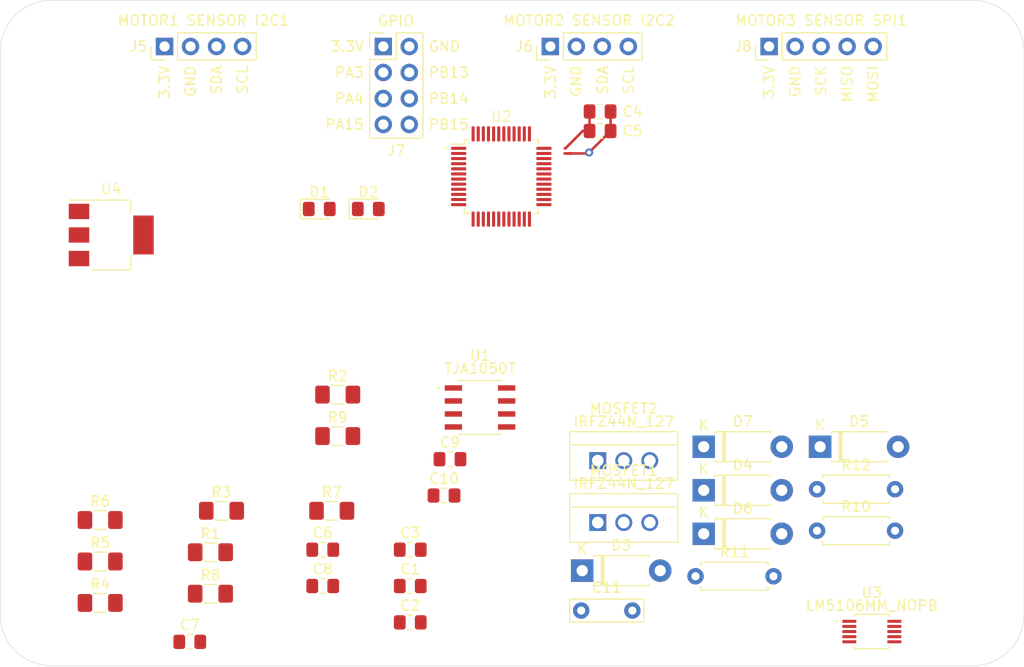
<source format=kicad_pcb>
(kicad_pcb (version 20171130) (host pcbnew 5.1.6-c6e7f7d~87~ubuntu18.04.1)

  (general
    (thickness 1.6)
    (drawings 33)
    (tracks 12)
    (zones 0)
    (modules 40)
    (nets 37)
  )

  (page A4)
  (layers
    (0 F.Cu signal)
    (31 B.Cu signal)
    (32 B.Adhes user)
    (33 F.Adhes user)
    (34 B.Paste user)
    (35 F.Paste user)
    (36 B.SilkS user)
    (37 F.SilkS user)
    (38 B.Mask user)
    (39 F.Mask user)
    (40 Dwgs.User user)
    (41 Cmts.User user)
    (42 Eco1.User user)
    (43 Eco2.User user)
    (44 Edge.Cuts user)
    (45 Margin user)
    (46 B.CrtYd user)
    (47 F.CrtYd user)
    (48 B.Fab user)
    (49 F.Fab user)
  )

  (setup
    (last_trace_width 0.25)
    (trace_clearance 0.2)
    (zone_clearance 0.508)
    (zone_45_only no)
    (trace_min 0.2)
    (via_size 0.8)
    (via_drill 0.4)
    (via_min_size 0.4)
    (via_min_drill 0.3)
    (uvia_size 0.3)
    (uvia_drill 0.1)
    (uvias_allowed no)
    (uvia_min_size 0.2)
    (uvia_min_drill 0.1)
    (edge_width 0.05)
    (segment_width 0.2)
    (pcb_text_width 0.3)
    (pcb_text_size 1.5 1.5)
    (mod_edge_width 0.12)
    (mod_text_size 1 1)
    (mod_text_width 0.15)
    (pad_size 1.524 1.524)
    (pad_drill 0.762)
    (pad_to_mask_clearance 0.05)
    (aux_axis_origin 0 0)
    (visible_elements FFFFFF7F)
    (pcbplotparams
      (layerselection 0x010fc_ffffffff)
      (usegerberextensions false)
      (usegerberattributes true)
      (usegerberadvancedattributes true)
      (creategerberjobfile true)
      (excludeedgelayer true)
      (linewidth 0.100000)
      (plotframeref false)
      (viasonmask false)
      (mode 1)
      (useauxorigin false)
      (hpglpennumber 1)
      (hpglpenspeed 20)
      (hpglpendiameter 15.000000)
      (psnegative false)
      (psa4output false)
      (plotreference true)
      (plotvalue true)
      (plotinvisibletext false)
      (padsonsilk false)
      (subtractmaskfromsilk false)
      (outputformat 1)
      (mirror false)
      (drillshape 1)
      (scaleselection 1)
      (outputdirectory ""))
  )

  (net 0 "")
  (net 1 GND)
  (net 2 VIN)
  (net 3 MOTOR1_PWM_A)
  (net 4 MOTOR1_ENABLE)
  (net 5 +3V3)
  (net 6 "Net-(C11-Pad1)")
  (net 7 /Motor_Output_Power_Stage/MOTOR_OUT_PHASE_A)
  (net 8 "Net-(D4-Pad1)")
  (net 9 "Net-(D4-Pad2)")
  (net 10 "Net-(D5-Pad1)")
  (net 11 "Net-(D5-Pad2)")
  (net 12 "Net-(R10-Pad1)")
  (net 13 ALT_I2C1_SDA)
  (net 14 ALT_I2C1_SCL)
  (net 15 ALT_USART1_RX)
  (net 16 ALT_USART1_TX)
  (net 17 I2C2_SDA)
  (net 18 I2C2_SCL)
  (net 19 GPIO_PA3)
  (net 20 GPIO_PB13__OR__SPI2_SCK)
  (net 21 GPIO_PA4)
  (net 22 GPIO_PB14__OR__SPI2_MISO)
  (net 23 GPIO_PA15)
  (net 24 GPIO_PB15__OR__SPI2_MOSI)
  (net 25 SPI1_SCK)
  (net 26 SPI1_MISO)
  (net 27 SPI1_MOSI)
  (net 28 HSC_IN)
  (net 29 HSC_OUT)
  (net 30 +5V)
  (net 31 BOOT0)
  (net 32 BOOT1)
  (net 33 GPIO_LED_YELLOW)
  (net 34 "Net-(D1-Pad1)")
  (net 35 GPIO_LED_GREEN)
  (net 36 "Net-(D2-Pad1)")

  (net_class Default "This is the default net class."
    (clearance 0.2)
    (trace_width 0.25)
    (via_dia 0.8)
    (via_drill 0.4)
    (uvia_dia 0.3)
    (uvia_drill 0.1)
    (add_net +3V3)
    (add_net +5V)
    (add_net /Motor_Output_Power_Stage/MOTOR_OUT_PHASE_A)
    (add_net ALT_CAN_RX)
    (add_net ALT_CAN_TX)
    (add_net ALT_I2C1_SCL)
    (add_net ALT_I2C1_SDA)
    (add_net ALT_USART1_RX)
    (add_net ALT_USART1_TX)
    (add_net BOOT0)
    (add_net BOOT1)
    (add_net DEBUG_SWCLK)
    (add_net DEBUG_SWDIO)
    (add_net DEBUG_TRACE_SWO)
    (add_net GND)
    (add_net GPIO_LED_GREEN)
    (add_net GPIO_LED_YELLOW)
    (add_net GPIO_PA15)
    (add_net GPIO_PA3)
    (add_net GPIO_PA4)
    (add_net GPIO_PB13__OR__SPI2_SCK)
    (add_net GPIO_PB14__OR__SPI2_MISO)
    (add_net GPIO_PB15__OR__SPI2_MOSI)
    (add_net HSC_IN)
    (add_net HSC_OUT)
    (add_net I2C2_SCL)
    (add_net I2C2_SDA)
    (add_net MOTOR1_ENABLE)
    (add_net MOTOR1_PWM_A)
    (add_net MOTOR1_PWM_B)
    (add_net MOTOR1_PWM_C)
    (add_net MOTOR2_ENABLE)
    (add_net MOTOR3_ENABLE)
    (add_net NRST)
    (add_net "Net-(C11-Pad1)")
    (add_net "Net-(D1-Pad1)")
    (add_net "Net-(D2-Pad1)")
    (add_net "Net-(D4-Pad1)")
    (add_net "Net-(D4-Pad2)")
    (add_net "Net-(D5-Pad1)")
    (add_net "Net-(D5-Pad2)")
    (add_net "Net-(J3-Pad3)")
    (add_net "Net-(J3-Pad4)")
    (add_net "Net-(J4-Pad1)")
    (add_net "Net-(J4-Pad2)")
    (add_net "Net-(R10-Pad1)")
    (add_net "Net-(U1-Pad5)")
    (add_net "Net-(U1-Pad8)")
    (add_net "Net-(U2-Pad1)")
    (add_net "Net-(U2-Pad10)")
    (add_net "Net-(U2-Pad11)")
    (add_net "Net-(U2-Pad12)")
    (add_net "Net-(U2-Pad18)")
    (add_net "Net-(U2-Pad40)")
    (add_net "Net-(U2-Pad41)")
    (add_net "Net-(U2-Pad8)")
    (add_net "Net-(U2-Pad9)")
    (add_net "Net-(U3-Pad5)")
    (add_net SPI1_MISO)
    (add_net SPI1_MOSI)
    (add_net SPI1_SCK)
    (add_net VIN)
  )

  (module Package_TO_SOT_SMD:SOT-223-3_TabPin2 (layer F.Cu) (tedit 5A02FF57) (tstamp 61675CBE)
    (at 116.84 74.93)
    (descr "module CMS SOT223 4 pins")
    (tags "CMS SOT")
    (path /6175C87D)
    (attr smd)
    (fp_text reference U4 (at 0 -4.5) (layer F.SilkS)
      (effects (font (size 1 1) (thickness 0.15)))
    )
    (fp_text value LM2937xMP (at 0 4.5) (layer F.Fab)
      (effects (font (size 1 1) (thickness 0.15)))
    )
    (fp_text user %R (at 0 0 90) (layer F.Fab)
      (effects (font (size 0.8 0.8) (thickness 0.12)))
    )
    (fp_line (start 1.91 3.41) (end 1.91 2.15) (layer F.SilkS) (width 0.12))
    (fp_line (start 1.91 -3.41) (end 1.91 -2.15) (layer F.SilkS) (width 0.12))
    (fp_line (start 4.4 -3.6) (end -4.4 -3.6) (layer F.CrtYd) (width 0.05))
    (fp_line (start 4.4 3.6) (end 4.4 -3.6) (layer F.CrtYd) (width 0.05))
    (fp_line (start -4.4 3.6) (end 4.4 3.6) (layer F.CrtYd) (width 0.05))
    (fp_line (start -4.4 -3.6) (end -4.4 3.6) (layer F.CrtYd) (width 0.05))
    (fp_line (start -1.85 -2.35) (end -0.85 -3.35) (layer F.Fab) (width 0.1))
    (fp_line (start -1.85 -2.35) (end -1.85 3.35) (layer F.Fab) (width 0.1))
    (fp_line (start -1.85 3.41) (end 1.91 3.41) (layer F.SilkS) (width 0.12))
    (fp_line (start -0.85 -3.35) (end 1.85 -3.35) (layer F.Fab) (width 0.1))
    (fp_line (start -4.1 -3.41) (end 1.91 -3.41) (layer F.SilkS) (width 0.12))
    (fp_line (start -1.85 3.35) (end 1.85 3.35) (layer F.Fab) (width 0.1))
    (fp_line (start 1.85 -3.35) (end 1.85 3.35) (layer F.Fab) (width 0.1))
    (pad 1 smd rect (at -3.15 -2.3) (size 2 1.5) (layers F.Cu F.Paste F.Mask)
      (net 2 VIN))
    (pad 3 smd rect (at -3.15 2.3) (size 2 1.5) (layers F.Cu F.Paste F.Mask)
      (net 5 +3V3))
    (pad 2 smd rect (at -3.15 0) (size 2 1.5) (layers F.Cu F.Paste F.Mask)
      (net 1 GND))
    (pad 2 smd rect (at 3.15 0) (size 2 3.8) (layers F.Cu F.Paste F.Mask)
      (net 1 GND))
    (model ${KISYS3DMOD}/Package_TO_SOT_SMD.3dshapes/SOT-223.wrl
      (at (xyz 0 0 0))
      (scale (xyz 1 1 1))
      (rotate (xyz 0 0 0))
    )
  )

  (module Resistor_SMD:R_1206_3216Metric_Pad1.42x1.75mm_HandSolder (layer F.Cu) (tedit 5B301BBD) (tstamp 61668079)
    (at 138.96 94.57)
    (descr "Resistor SMD 1206 (3216 Metric), square (rectangular) end terminal, IPC_7351 nominal with elongated pad for handsoldering. (Body size source: http://www.tortai-tech.com/upload/download/2011102023233369053.pdf), generated with kicad-footprint-generator")
    (tags "resistor handsolder")
    (path /62322750)
    (attr smd)
    (fp_text reference R9 (at 0 -1.82) (layer F.SilkS)
      (effects (font (size 1 1) (thickness 0.15)))
    )
    (fp_text value 40k (at 0 1.82) (layer F.Fab)
      (effects (font (size 1 1) (thickness 0.15)))
    )
    (fp_text user %R (at 0 0) (layer F.Fab)
      (effects (font (size 0.8 0.8) (thickness 0.12)))
    )
    (fp_line (start -1.6 0.8) (end -1.6 -0.8) (layer F.Fab) (width 0.1))
    (fp_line (start -1.6 -0.8) (end 1.6 -0.8) (layer F.Fab) (width 0.1))
    (fp_line (start 1.6 -0.8) (end 1.6 0.8) (layer F.Fab) (width 0.1))
    (fp_line (start 1.6 0.8) (end -1.6 0.8) (layer F.Fab) (width 0.1))
    (fp_line (start -0.602064 -0.91) (end 0.602064 -0.91) (layer F.SilkS) (width 0.12))
    (fp_line (start -0.602064 0.91) (end 0.602064 0.91) (layer F.SilkS) (width 0.12))
    (fp_line (start -2.45 1.12) (end -2.45 -1.12) (layer F.CrtYd) (width 0.05))
    (fp_line (start -2.45 -1.12) (end 2.45 -1.12) (layer F.CrtYd) (width 0.05))
    (fp_line (start 2.45 -1.12) (end 2.45 1.12) (layer F.CrtYd) (width 0.05))
    (fp_line (start 2.45 1.12) (end -2.45 1.12) (layer F.CrtYd) (width 0.05))
    (pad 2 smd roundrect (at 1.4875 0) (size 1.425 1.75) (layers F.Cu F.Paste F.Mask) (roundrect_rratio 0.175439)
      (net 1 GND))
    (pad 1 smd roundrect (at -1.4875 0) (size 1.425 1.75) (layers F.Cu F.Paste F.Mask) (roundrect_rratio 0.175439)
      (net 4 MOTOR1_ENABLE))
    (model ${KISYS3DMOD}/Resistor_SMD.3dshapes/R_1206_3216Metric.wrl
      (at (xyz 0 0 0))
      (scale (xyz 1 1 1))
      (rotate (xyz 0 0 0))
    )
  )

  (module Resistor_SMD:R_1206_3216Metric_Pad1.42x1.75mm_HandSolder (layer F.Cu) (tedit 5B301BBD) (tstamp 61668062)
    (at 126.53 109.97)
    (descr "Resistor SMD 1206 (3216 Metric), square (rectangular) end terminal, IPC_7351 nominal with elongated pad for handsoldering. (Body size source: http://www.tortai-tech.com/upload/download/2011102023233369053.pdf), generated with kicad-footprint-generator")
    (tags "resistor handsolder")
    (path /61AE263B)
    (attr smd)
    (fp_text reference R8 (at 0 -1.82) (layer F.SilkS)
      (effects (font (size 1 1) (thickness 0.15)))
    )
    (fp_text value 2k2 (at 0 1.82) (layer F.Fab)
      (effects (font (size 1 1) (thickness 0.15)))
    )
    (fp_text user %R (at 0 0) (layer F.Fab)
      (effects (font (size 0.8 0.8) (thickness 0.12)))
    )
    (fp_line (start -1.6 0.8) (end -1.6 -0.8) (layer F.Fab) (width 0.1))
    (fp_line (start -1.6 -0.8) (end 1.6 -0.8) (layer F.Fab) (width 0.1))
    (fp_line (start 1.6 -0.8) (end 1.6 0.8) (layer F.Fab) (width 0.1))
    (fp_line (start 1.6 0.8) (end -1.6 0.8) (layer F.Fab) (width 0.1))
    (fp_line (start -0.602064 -0.91) (end 0.602064 -0.91) (layer F.SilkS) (width 0.12))
    (fp_line (start -0.602064 0.91) (end 0.602064 0.91) (layer F.SilkS) (width 0.12))
    (fp_line (start -2.45 1.12) (end -2.45 -1.12) (layer F.CrtYd) (width 0.05))
    (fp_line (start -2.45 -1.12) (end 2.45 -1.12) (layer F.CrtYd) (width 0.05))
    (fp_line (start 2.45 -1.12) (end 2.45 1.12) (layer F.CrtYd) (width 0.05))
    (fp_line (start 2.45 1.12) (end -2.45 1.12) (layer F.CrtYd) (width 0.05))
    (pad 2 smd roundrect (at 1.4875 0) (size 1.425 1.75) (layers F.Cu F.Paste F.Mask) (roundrect_rratio 0.175439)
      (net 1 GND))
    (pad 1 smd roundrect (at -1.4875 0) (size 1.425 1.75) (layers F.Cu F.Paste F.Mask) (roundrect_rratio 0.175439)
      (net 36 "Net-(D2-Pad1)"))
    (model ${KISYS3DMOD}/Resistor_SMD.3dshapes/R_1206_3216Metric.wrl
      (at (xyz 0 0 0))
      (scale (xyz 1 1 1))
      (rotate (xyz 0 0 0))
    )
  )

  (module Resistor_SMD:R_1206_3216Metric_Pad1.42x1.75mm_HandSolder (layer F.Cu) (tedit 5B301BBD) (tstamp 6166804B)
    (at 138.38 101.87)
    (descr "Resistor SMD 1206 (3216 Metric), square (rectangular) end terminal, IPC_7351 nominal with elongated pad for handsoldering. (Body size source: http://www.tortai-tech.com/upload/download/2011102023233369053.pdf), generated with kicad-footprint-generator")
    (tags "resistor handsolder")
    (path /61ACE3D5)
    (attr smd)
    (fp_text reference R7 (at 0 -1.82) (layer F.SilkS)
      (effects (font (size 1 1) (thickness 0.15)))
    )
    (fp_text value 2k2 (at 0 1.82) (layer F.Fab)
      (effects (font (size 1 1) (thickness 0.15)))
    )
    (fp_text user %R (at 0 0) (layer F.Fab)
      (effects (font (size 0.8 0.8) (thickness 0.12)))
    )
    (fp_line (start -1.6 0.8) (end -1.6 -0.8) (layer F.Fab) (width 0.1))
    (fp_line (start -1.6 -0.8) (end 1.6 -0.8) (layer F.Fab) (width 0.1))
    (fp_line (start 1.6 -0.8) (end 1.6 0.8) (layer F.Fab) (width 0.1))
    (fp_line (start 1.6 0.8) (end -1.6 0.8) (layer F.Fab) (width 0.1))
    (fp_line (start -0.602064 -0.91) (end 0.602064 -0.91) (layer F.SilkS) (width 0.12))
    (fp_line (start -0.602064 0.91) (end 0.602064 0.91) (layer F.SilkS) (width 0.12))
    (fp_line (start -2.45 1.12) (end -2.45 -1.12) (layer F.CrtYd) (width 0.05))
    (fp_line (start -2.45 -1.12) (end 2.45 -1.12) (layer F.CrtYd) (width 0.05))
    (fp_line (start 2.45 -1.12) (end 2.45 1.12) (layer F.CrtYd) (width 0.05))
    (fp_line (start 2.45 1.12) (end -2.45 1.12) (layer F.CrtYd) (width 0.05))
    (pad 2 smd roundrect (at 1.4875 0) (size 1.425 1.75) (layers F.Cu F.Paste F.Mask) (roundrect_rratio 0.175439)
      (net 1 GND))
    (pad 1 smd roundrect (at -1.4875 0) (size 1.425 1.75) (layers F.Cu F.Paste F.Mask) (roundrect_rratio 0.175439)
      (net 34 "Net-(D1-Pad1)"))
    (model ${KISYS3DMOD}/Resistor_SMD.3dshapes/R_1206_3216Metric.wrl
      (at (xyz 0 0 0))
      (scale (xyz 1 1 1))
      (rotate (xyz 0 0 0))
    )
  )

  (module Resistor_SMD:R_1206_3216Metric_Pad1.42x1.75mm_HandSolder (layer F.Cu) (tedit 5B301BBD) (tstamp 61668034)
    (at 115.76 102.77)
    (descr "Resistor SMD 1206 (3216 Metric), square (rectangular) end terminal, IPC_7351 nominal with elongated pad for handsoldering. (Body size source: http://www.tortai-tech.com/upload/download/2011102023233369053.pdf), generated with kicad-footprint-generator")
    (tags "resistor handsolder")
    (path /61E858D2)
    (attr smd)
    (fp_text reference R6 (at 0 -1.82) (layer F.SilkS)
      (effects (font (size 1 1) (thickness 0.15)))
    )
    (fp_text value 2k2 (at 0 1.82) (layer F.Fab)
      (effects (font (size 1 1) (thickness 0.15)))
    )
    (fp_text user %R (at 0 0) (layer F.Fab)
      (effects (font (size 0.8 0.8) (thickness 0.12)))
    )
    (fp_line (start -1.6 0.8) (end -1.6 -0.8) (layer F.Fab) (width 0.1))
    (fp_line (start -1.6 -0.8) (end 1.6 -0.8) (layer F.Fab) (width 0.1))
    (fp_line (start 1.6 -0.8) (end 1.6 0.8) (layer F.Fab) (width 0.1))
    (fp_line (start 1.6 0.8) (end -1.6 0.8) (layer F.Fab) (width 0.1))
    (fp_line (start -0.602064 -0.91) (end 0.602064 -0.91) (layer F.SilkS) (width 0.12))
    (fp_line (start -0.602064 0.91) (end 0.602064 0.91) (layer F.SilkS) (width 0.12))
    (fp_line (start -2.45 1.12) (end -2.45 -1.12) (layer F.CrtYd) (width 0.05))
    (fp_line (start -2.45 -1.12) (end 2.45 -1.12) (layer F.CrtYd) (width 0.05))
    (fp_line (start 2.45 -1.12) (end 2.45 1.12) (layer F.CrtYd) (width 0.05))
    (fp_line (start 2.45 1.12) (end -2.45 1.12) (layer F.CrtYd) (width 0.05))
    (pad 2 smd roundrect (at 1.4875 0) (size 1.425 1.75) (layers F.Cu F.Paste F.Mask) (roundrect_rratio 0.175439)
      (net 18 I2C2_SCL))
    (pad 1 smd roundrect (at -1.4875 0) (size 1.425 1.75) (layers F.Cu F.Paste F.Mask) (roundrect_rratio 0.175439)
      (net 5 +3V3))
    (model ${KISYS3DMOD}/Resistor_SMD.3dshapes/R_1206_3216Metric.wrl
      (at (xyz 0 0 0))
      (scale (xyz 1 1 1))
      (rotate (xyz 0 0 0))
    )
  )

  (module Resistor_SMD:R_1206_3216Metric_Pad1.42x1.75mm_HandSolder (layer F.Cu) (tedit 5B301BBD) (tstamp 6166801D)
    (at 115.76 106.82)
    (descr "Resistor SMD 1206 (3216 Metric), square (rectangular) end terminal, IPC_7351 nominal with elongated pad for handsoldering. (Body size source: http://www.tortai-tech.com/upload/download/2011102023233369053.pdf), generated with kicad-footprint-generator")
    (tags "resistor handsolder")
    (path /61C8D59C)
    (attr smd)
    (fp_text reference R5 (at 0 -1.82) (layer F.SilkS)
      (effects (font (size 1 1) (thickness 0.15)))
    )
    (fp_text value 2k2 (at 0 1.82) (layer F.Fab)
      (effects (font (size 1 1) (thickness 0.15)))
    )
    (fp_text user %R (at 0 0) (layer F.Fab)
      (effects (font (size 0.8 0.8) (thickness 0.12)))
    )
    (fp_line (start -1.6 0.8) (end -1.6 -0.8) (layer F.Fab) (width 0.1))
    (fp_line (start -1.6 -0.8) (end 1.6 -0.8) (layer F.Fab) (width 0.1))
    (fp_line (start 1.6 -0.8) (end 1.6 0.8) (layer F.Fab) (width 0.1))
    (fp_line (start 1.6 0.8) (end -1.6 0.8) (layer F.Fab) (width 0.1))
    (fp_line (start -0.602064 -0.91) (end 0.602064 -0.91) (layer F.SilkS) (width 0.12))
    (fp_line (start -0.602064 0.91) (end 0.602064 0.91) (layer F.SilkS) (width 0.12))
    (fp_line (start -2.45 1.12) (end -2.45 -1.12) (layer F.CrtYd) (width 0.05))
    (fp_line (start -2.45 -1.12) (end 2.45 -1.12) (layer F.CrtYd) (width 0.05))
    (fp_line (start 2.45 -1.12) (end 2.45 1.12) (layer F.CrtYd) (width 0.05))
    (fp_line (start 2.45 1.12) (end -2.45 1.12) (layer F.CrtYd) (width 0.05))
    (pad 2 smd roundrect (at 1.4875 0) (size 1.425 1.75) (layers F.Cu F.Paste F.Mask) (roundrect_rratio 0.175439)
      (net 16 ALT_USART1_TX))
    (pad 1 smd roundrect (at -1.4875 0) (size 1.425 1.75) (layers F.Cu F.Paste F.Mask) (roundrect_rratio 0.175439)
      (net 5 +3V3))
    (model ${KISYS3DMOD}/Resistor_SMD.3dshapes/R_1206_3216Metric.wrl
      (at (xyz 0 0 0))
      (scale (xyz 1 1 1))
      (rotate (xyz 0 0 0))
    )
  )

  (module Resistor_SMD:R_1206_3216Metric_Pad1.42x1.75mm_HandSolder (layer F.Cu) (tedit 5B301BBD) (tstamp 61668006)
    (at 115.76 110.87)
    (descr "Resistor SMD 1206 (3216 Metric), square (rectangular) end terminal, IPC_7351 nominal with elongated pad for handsoldering. (Body size source: http://www.tortai-tech.com/upload/download/2011102023233369053.pdf), generated with kicad-footprint-generator")
    (tags "resistor handsolder")
    (path /61E858CC)
    (attr smd)
    (fp_text reference R4 (at 0 -1.82) (layer F.SilkS)
      (effects (font (size 1 1) (thickness 0.15)))
    )
    (fp_text value 2k2 (at 0 1.82) (layer F.Fab)
      (effects (font (size 1 1) (thickness 0.15)))
    )
    (fp_text user %R (at 0 0) (layer F.Fab)
      (effects (font (size 0.8 0.8) (thickness 0.12)))
    )
    (fp_line (start -1.6 0.8) (end -1.6 -0.8) (layer F.Fab) (width 0.1))
    (fp_line (start -1.6 -0.8) (end 1.6 -0.8) (layer F.Fab) (width 0.1))
    (fp_line (start 1.6 -0.8) (end 1.6 0.8) (layer F.Fab) (width 0.1))
    (fp_line (start 1.6 0.8) (end -1.6 0.8) (layer F.Fab) (width 0.1))
    (fp_line (start -0.602064 -0.91) (end 0.602064 -0.91) (layer F.SilkS) (width 0.12))
    (fp_line (start -0.602064 0.91) (end 0.602064 0.91) (layer F.SilkS) (width 0.12))
    (fp_line (start -2.45 1.12) (end -2.45 -1.12) (layer F.CrtYd) (width 0.05))
    (fp_line (start -2.45 -1.12) (end 2.45 -1.12) (layer F.CrtYd) (width 0.05))
    (fp_line (start 2.45 -1.12) (end 2.45 1.12) (layer F.CrtYd) (width 0.05))
    (fp_line (start 2.45 1.12) (end -2.45 1.12) (layer F.CrtYd) (width 0.05))
    (pad 2 smd roundrect (at 1.4875 0) (size 1.425 1.75) (layers F.Cu F.Paste F.Mask) (roundrect_rratio 0.175439)
      (net 17 I2C2_SDA))
    (pad 1 smd roundrect (at -1.4875 0) (size 1.425 1.75) (layers F.Cu F.Paste F.Mask) (roundrect_rratio 0.175439)
      (net 5 +3V3))
    (model ${KISYS3DMOD}/Resistor_SMD.3dshapes/R_1206_3216Metric.wrl
      (at (xyz 0 0 0))
      (scale (xyz 1 1 1))
      (rotate (xyz 0 0 0))
    )
  )

  (module Resistor_SMD:R_1206_3216Metric_Pad1.42x1.75mm_HandSolder (layer F.Cu) (tedit 5B301BBD) (tstamp 61667FEF)
    (at 127.61 101.87)
    (descr "Resistor SMD 1206 (3216 Metric), square (rectangular) end terminal, IPC_7351 nominal with elongated pad for handsoldering. (Body size source: http://www.tortai-tech.com/upload/download/2011102023233369053.pdf), generated with kicad-footprint-generator")
    (tags "resistor handsolder")
    (path /61C6BC41)
    (attr smd)
    (fp_text reference R3 (at 0 -1.82) (layer F.SilkS)
      (effects (font (size 1 1) (thickness 0.15)))
    )
    (fp_text value 2k2 (at 0 1.82) (layer F.Fab)
      (effects (font (size 1 1) (thickness 0.15)))
    )
    (fp_text user %R (at 0 0) (layer F.Fab)
      (effects (font (size 0.8 0.8) (thickness 0.12)))
    )
    (fp_line (start -1.6 0.8) (end -1.6 -0.8) (layer F.Fab) (width 0.1))
    (fp_line (start -1.6 -0.8) (end 1.6 -0.8) (layer F.Fab) (width 0.1))
    (fp_line (start 1.6 -0.8) (end 1.6 0.8) (layer F.Fab) (width 0.1))
    (fp_line (start 1.6 0.8) (end -1.6 0.8) (layer F.Fab) (width 0.1))
    (fp_line (start -0.602064 -0.91) (end 0.602064 -0.91) (layer F.SilkS) (width 0.12))
    (fp_line (start -0.602064 0.91) (end 0.602064 0.91) (layer F.SilkS) (width 0.12))
    (fp_line (start -2.45 1.12) (end -2.45 -1.12) (layer F.CrtYd) (width 0.05))
    (fp_line (start -2.45 -1.12) (end 2.45 -1.12) (layer F.CrtYd) (width 0.05))
    (fp_line (start 2.45 -1.12) (end 2.45 1.12) (layer F.CrtYd) (width 0.05))
    (fp_line (start 2.45 1.12) (end -2.45 1.12) (layer F.CrtYd) (width 0.05))
    (pad 2 smd roundrect (at 1.4875 0) (size 1.425 1.75) (layers F.Cu F.Paste F.Mask) (roundrect_rratio 0.175439)
      (net 15 ALT_USART1_RX))
    (pad 1 smd roundrect (at -1.4875 0) (size 1.425 1.75) (layers F.Cu F.Paste F.Mask) (roundrect_rratio 0.175439)
      (net 5 +3V3))
    (model ${KISYS3DMOD}/Resistor_SMD.3dshapes/R_1206_3216Metric.wrl
      (at (xyz 0 0 0))
      (scale (xyz 1 1 1))
      (rotate (xyz 0 0 0))
    )
  )

  (module Resistor_SMD:R_1206_3216Metric_Pad1.42x1.75mm_HandSolder (layer F.Cu) (tedit 5B301BBD) (tstamp 61667FD8)
    (at 138.96 90.52)
    (descr "Resistor SMD 1206 (3216 Metric), square (rectangular) end terminal, IPC_7351 nominal with elongated pad for handsoldering. (Body size source: http://www.tortai-tech.com/upload/download/2011102023233369053.pdf), generated with kicad-footprint-generator")
    (tags "resistor handsolder")
    (path /618103C6)
    (attr smd)
    (fp_text reference R2 (at 0 -1.82) (layer F.SilkS)
      (effects (font (size 1 1) (thickness 0.15)))
    )
    (fp_text value 100K (at 0 1.82) (layer F.Fab)
      (effects (font (size 1 1) (thickness 0.15)))
    )
    (fp_text user %R (at 0 0) (layer F.Fab)
      (effects (font (size 0.8 0.8) (thickness 0.12)))
    )
    (fp_line (start -1.6 0.8) (end -1.6 -0.8) (layer F.Fab) (width 0.1))
    (fp_line (start -1.6 -0.8) (end 1.6 -0.8) (layer F.Fab) (width 0.1))
    (fp_line (start 1.6 -0.8) (end 1.6 0.8) (layer F.Fab) (width 0.1))
    (fp_line (start 1.6 0.8) (end -1.6 0.8) (layer F.Fab) (width 0.1))
    (fp_line (start -0.602064 -0.91) (end 0.602064 -0.91) (layer F.SilkS) (width 0.12))
    (fp_line (start -0.602064 0.91) (end 0.602064 0.91) (layer F.SilkS) (width 0.12))
    (fp_line (start -2.45 1.12) (end -2.45 -1.12) (layer F.CrtYd) (width 0.05))
    (fp_line (start -2.45 -1.12) (end 2.45 -1.12) (layer F.CrtYd) (width 0.05))
    (fp_line (start 2.45 -1.12) (end 2.45 1.12) (layer F.CrtYd) (width 0.05))
    (fp_line (start 2.45 1.12) (end -2.45 1.12) (layer F.CrtYd) (width 0.05))
    (pad 2 smd roundrect (at 1.4875 0) (size 1.425 1.75) (layers F.Cu F.Paste F.Mask) (roundrect_rratio 0.175439))
    (pad 1 smd roundrect (at -1.4875 0) (size 1.425 1.75) (layers F.Cu F.Paste F.Mask) (roundrect_rratio 0.175439)
      (net 32 BOOT1))
    (model ${KISYS3DMOD}/Resistor_SMD.3dshapes/R_1206_3216Metric.wrl
      (at (xyz 0 0 0))
      (scale (xyz 1 1 1))
      (rotate (xyz 0 0 0))
    )
  )

  (module Resistor_SMD:R_1206_3216Metric_Pad1.42x1.75mm_HandSolder (layer F.Cu) (tedit 5B301BBD) (tstamp 61667FC1)
    (at 126.53 105.92)
    (descr "Resistor SMD 1206 (3216 Metric), square (rectangular) end terminal, IPC_7351 nominal with elongated pad for handsoldering. (Body size source: http://www.tortai-tech.com/upload/download/2011102023233369053.pdf), generated with kicad-footprint-generator")
    (tags "resistor handsolder")
    (path /617FCAD2)
    (attr smd)
    (fp_text reference R1 (at 0 -1.82) (layer F.SilkS)
      (effects (font (size 1 1) (thickness 0.15)))
    )
    (fp_text value 100K (at 0 1.82) (layer F.Fab)
      (effects (font (size 1 1) (thickness 0.15)))
    )
    (fp_text user %R (at 0 0) (layer F.Fab)
      (effects (font (size 0.8 0.8) (thickness 0.12)))
    )
    (fp_line (start -1.6 0.8) (end -1.6 -0.8) (layer F.Fab) (width 0.1))
    (fp_line (start -1.6 -0.8) (end 1.6 -0.8) (layer F.Fab) (width 0.1))
    (fp_line (start 1.6 -0.8) (end 1.6 0.8) (layer F.Fab) (width 0.1))
    (fp_line (start 1.6 0.8) (end -1.6 0.8) (layer F.Fab) (width 0.1))
    (fp_line (start -0.602064 -0.91) (end 0.602064 -0.91) (layer F.SilkS) (width 0.12))
    (fp_line (start -0.602064 0.91) (end 0.602064 0.91) (layer F.SilkS) (width 0.12))
    (fp_line (start -2.45 1.12) (end -2.45 -1.12) (layer F.CrtYd) (width 0.05))
    (fp_line (start -2.45 -1.12) (end 2.45 -1.12) (layer F.CrtYd) (width 0.05))
    (fp_line (start 2.45 -1.12) (end 2.45 1.12) (layer F.CrtYd) (width 0.05))
    (fp_line (start 2.45 1.12) (end -2.45 1.12) (layer F.CrtYd) (width 0.05))
    (pad 2 smd roundrect (at 1.4875 0) (size 1.425 1.75) (layers F.Cu F.Paste F.Mask) (roundrect_rratio 0.175439)
      (net 31 BOOT0))
    (pad 1 smd roundrect (at -1.4875 0) (size 1.425 1.75) (layers F.Cu F.Paste F.Mask) (roundrect_rratio 0.175439))
    (model ${KISYS3DMOD}/Resistor_SMD.3dshapes/R_1206_3216Metric.wrl
      (at (xyz 0 0 0))
      (scale (xyz 1 1 1))
      (rotate (xyz 0 0 0))
    )
  )

  (module LED_SMD:LED_0805_2012Metric_Pad1.15x1.40mm_HandSolder (layer F.Cu) (tedit 5B4B45C9) (tstamp 616736BB)
    (at 141.95 72.39)
    (descr "LED SMD 0805 (2012 Metric), square (rectangular) end terminal, IPC_7351 nominal, (Body size source: https://docs.google.com/spreadsheets/d/1BsfQQcO9C6DZCsRaXUlFlo91Tg2WpOkGARC1WS5S8t0/edit?usp=sharing), generated with kicad-footprint-generator")
    (tags "LED handsolder")
    (path /619EA876)
    (attr smd)
    (fp_text reference D2 (at 0 -1.65) (layer F.SilkS)
      (effects (font (size 1 1) (thickness 0.15)))
    )
    (fp_text value LED_Green (at 0 1.65) (layer F.Fab)
      (effects (font (size 1 1) (thickness 0.15)))
    )
    (fp_text user %R (at 0 0) (layer F.Fab)
      (effects (font (size 0.5 0.5) (thickness 0.08)))
    )
    (fp_line (start 1 -0.6) (end -0.7 -0.6) (layer F.Fab) (width 0.1))
    (fp_line (start -0.7 -0.6) (end -1 -0.3) (layer F.Fab) (width 0.1))
    (fp_line (start -1 -0.3) (end -1 0.6) (layer F.Fab) (width 0.1))
    (fp_line (start -1 0.6) (end 1 0.6) (layer F.Fab) (width 0.1))
    (fp_line (start 1 0.6) (end 1 -0.6) (layer F.Fab) (width 0.1))
    (fp_line (start 1 -0.96) (end -1.86 -0.96) (layer F.SilkS) (width 0.12))
    (fp_line (start -1.86 -0.96) (end -1.86 0.96) (layer F.SilkS) (width 0.12))
    (fp_line (start -1.86 0.96) (end 1 0.96) (layer F.SilkS) (width 0.12))
    (fp_line (start -1.85 0.95) (end -1.85 -0.95) (layer F.CrtYd) (width 0.05))
    (fp_line (start -1.85 -0.95) (end 1.85 -0.95) (layer F.CrtYd) (width 0.05))
    (fp_line (start 1.85 -0.95) (end 1.85 0.95) (layer F.CrtYd) (width 0.05))
    (fp_line (start 1.85 0.95) (end -1.85 0.95) (layer F.CrtYd) (width 0.05))
    (pad 2 smd roundrect (at 1.025 0) (size 1.15 1.4) (layers F.Cu F.Paste F.Mask) (roundrect_rratio 0.217391)
      (net 35 GPIO_LED_GREEN))
    (pad 1 smd roundrect (at -1.025 0) (size 1.15 1.4) (layers F.Cu F.Paste F.Mask) (roundrect_rratio 0.217391)
      (net 36 "Net-(D2-Pad1)"))
    (model ${KISYS3DMOD}/LED_SMD.3dshapes/LED_0805_2012Metric.wrl
      (at (xyz 0 0 0))
      (scale (xyz 1 1 1))
      (rotate (xyz 0 0 0))
    )
  )

  (module LED_SMD:LED_0805_2012Metric_Pad1.15x1.40mm_HandSolder (layer F.Cu) (tedit 5B4B45C9) (tstamp 616736A8)
    (at 137.16 72.39)
    (descr "LED SMD 0805 (2012 Metric), square (rectangular) end terminal, IPC_7351 nominal, (Body size source: https://docs.google.com/spreadsheets/d/1BsfQQcO9C6DZCsRaXUlFlo91Tg2WpOkGARC1WS5S8t0/edit?usp=sharing), generated with kicad-footprint-generator")
    (tags "LED handsolder")
    (path /619E8DCE)
    (attr smd)
    (fp_text reference D1 (at 0 -1.65) (layer F.SilkS)
      (effects (font (size 1 1) (thickness 0.15)))
    )
    (fp_text value LED_Yellow (at 0 1.65) (layer F.Fab)
      (effects (font (size 1 1) (thickness 0.15)))
    )
    (fp_text user %R (at 0 0) (layer F.Fab)
      (effects (font (size 0.5 0.5) (thickness 0.08)))
    )
    (fp_line (start 1 -0.6) (end -0.7 -0.6) (layer F.Fab) (width 0.1))
    (fp_line (start -0.7 -0.6) (end -1 -0.3) (layer F.Fab) (width 0.1))
    (fp_line (start -1 -0.3) (end -1 0.6) (layer F.Fab) (width 0.1))
    (fp_line (start -1 0.6) (end 1 0.6) (layer F.Fab) (width 0.1))
    (fp_line (start 1 0.6) (end 1 -0.6) (layer F.Fab) (width 0.1))
    (fp_line (start 1 -0.96) (end -1.86 -0.96) (layer F.SilkS) (width 0.12))
    (fp_line (start -1.86 -0.96) (end -1.86 0.96) (layer F.SilkS) (width 0.12))
    (fp_line (start -1.86 0.96) (end 1 0.96) (layer F.SilkS) (width 0.12))
    (fp_line (start -1.85 0.95) (end -1.85 -0.95) (layer F.CrtYd) (width 0.05))
    (fp_line (start -1.85 -0.95) (end 1.85 -0.95) (layer F.CrtYd) (width 0.05))
    (fp_line (start 1.85 -0.95) (end 1.85 0.95) (layer F.CrtYd) (width 0.05))
    (fp_line (start 1.85 0.95) (end -1.85 0.95) (layer F.CrtYd) (width 0.05))
    (pad 2 smd roundrect (at 1.025 0) (size 1.15 1.4) (layers F.Cu F.Paste F.Mask) (roundrect_rratio 0.217391)
      (net 33 GPIO_LED_YELLOW))
    (pad 1 smd roundrect (at -1.025 0) (size 1.15 1.4) (layers F.Cu F.Paste F.Mask) (roundrect_rratio 0.217391)
      (net 34 "Net-(D1-Pad1)"))
    (model ${KISYS3DMOD}/LED_SMD.3dshapes/LED_0805_2012Metric.wrl
      (at (xyz 0 0 0))
      (scale (xyz 1 1 1))
      (rotate (xyz 0 0 0))
    )
  )

  (module Capacitor_SMD:C_0805_2012Metric_Pad1.15x1.40mm_HandSolder (layer F.Cu) (tedit 5B36C52B) (tstamp 61667E65)
    (at 149.35 100.38)
    (descr "Capacitor SMD 0805 (2012 Metric), square (rectangular) end terminal, IPC_7351 nominal with elongated pad for handsoldering. (Body size source: https://docs.google.com/spreadsheets/d/1BsfQQcO9C6DZCsRaXUlFlo91Tg2WpOkGARC1WS5S8t0/edit?usp=sharing), generated with kicad-footprint-generator")
    (tags "capacitor handsolder")
    (path /61E5FD67)
    (attr smd)
    (fp_text reference C10 (at 0 -1.65) (layer F.SilkS)
      (effects (font (size 1 1) (thickness 0.15)))
    )
    (fp_text value 100nF (at 0 1.65) (layer F.Fab)
      (effects (font (size 1 1) (thickness 0.15)))
    )
    (fp_line (start 1.85 0.95) (end -1.85 0.95) (layer F.CrtYd) (width 0.05))
    (fp_line (start 1.85 -0.95) (end 1.85 0.95) (layer F.CrtYd) (width 0.05))
    (fp_line (start -1.85 -0.95) (end 1.85 -0.95) (layer F.CrtYd) (width 0.05))
    (fp_line (start -1.85 0.95) (end -1.85 -0.95) (layer F.CrtYd) (width 0.05))
    (fp_line (start -0.261252 0.71) (end 0.261252 0.71) (layer F.SilkS) (width 0.12))
    (fp_line (start -0.261252 -0.71) (end 0.261252 -0.71) (layer F.SilkS) (width 0.12))
    (fp_line (start 1 0.6) (end -1 0.6) (layer F.Fab) (width 0.1))
    (fp_line (start 1 -0.6) (end 1 0.6) (layer F.Fab) (width 0.1))
    (fp_line (start -1 -0.6) (end 1 -0.6) (layer F.Fab) (width 0.1))
    (fp_line (start -1 0.6) (end -1 -0.6) (layer F.Fab) (width 0.1))
    (fp_text user %R (at 0 0) (layer F.Fab)
      (effects (font (size 0.5 0.5) (thickness 0.08)))
    )
    (pad 2 smd roundrect (at 1.025 0) (size 1.15 1.4) (layers F.Cu F.Paste F.Mask) (roundrect_rratio 0.217391)
      (net 1 GND))
    (pad 1 smd roundrect (at -1.025 0) (size 1.15 1.4) (layers F.Cu F.Paste F.Mask) (roundrect_rratio 0.217391)
      (net 30 +5V))
    (model ${KISYS3DMOD}/Capacitor_SMD.3dshapes/C_0805_2012Metric.wrl
      (at (xyz 0 0 0))
      (scale (xyz 1 1 1))
      (rotate (xyz 0 0 0))
    )
  )

  (module Capacitor_SMD:C_0805_2012Metric_Pad1.15x1.40mm_HandSolder (layer F.Cu) (tedit 5B36C52B) (tstamp 61667E52)
    (at 149.93 96.83)
    (descr "Capacitor SMD 0805 (2012 Metric), square (rectangular) end terminal, IPC_7351 nominal with elongated pad for handsoldering. (Body size source: https://docs.google.com/spreadsheets/d/1BsfQQcO9C6DZCsRaXUlFlo91Tg2WpOkGARC1WS5S8t0/edit?usp=sharing), generated with kicad-footprint-generator")
    (tags "capacitor handsolder")
    (path /6169AF3E)
    (attr smd)
    (fp_text reference C9 (at 0 -1.65) (layer F.SilkS)
      (effects (font (size 1 1) (thickness 0.15)))
    )
    (fp_text value 100nF (at 0 1.65) (layer F.Fab)
      (effects (font (size 1 1) (thickness 0.15)))
    )
    (fp_line (start 1.85 0.95) (end -1.85 0.95) (layer F.CrtYd) (width 0.05))
    (fp_line (start 1.85 -0.95) (end 1.85 0.95) (layer F.CrtYd) (width 0.05))
    (fp_line (start -1.85 -0.95) (end 1.85 -0.95) (layer F.CrtYd) (width 0.05))
    (fp_line (start -1.85 0.95) (end -1.85 -0.95) (layer F.CrtYd) (width 0.05))
    (fp_line (start -0.261252 0.71) (end 0.261252 0.71) (layer F.SilkS) (width 0.12))
    (fp_line (start -0.261252 -0.71) (end 0.261252 -0.71) (layer F.SilkS) (width 0.12))
    (fp_line (start 1 0.6) (end -1 0.6) (layer F.Fab) (width 0.1))
    (fp_line (start 1 -0.6) (end 1 0.6) (layer F.Fab) (width 0.1))
    (fp_line (start -1 -0.6) (end 1 -0.6) (layer F.Fab) (width 0.1))
    (fp_line (start -1 0.6) (end -1 -0.6) (layer F.Fab) (width 0.1))
    (fp_text user %R (at 0 0) (layer F.Fab)
      (effects (font (size 0.5 0.5) (thickness 0.08)))
    )
    (pad 2 smd roundrect (at 1.025 0) (size 1.15 1.4) (layers F.Cu F.Paste F.Mask) (roundrect_rratio 0.217391)
      (net 1 GND))
    (pad 1 smd roundrect (at -1.025 0) (size 1.15 1.4) (layers F.Cu F.Paste F.Mask) (roundrect_rratio 0.217391)
      (net 5 +3V3))
    (model ${KISYS3DMOD}/Capacitor_SMD.3dshapes/C_0805_2012Metric.wrl
      (at (xyz 0 0 0))
      (scale (xyz 1 1 1))
      (rotate (xyz 0 0 0))
    )
  )

  (module Capacitor_SMD:C_0805_2012Metric_Pad1.15x1.40mm_HandSolder (layer F.Cu) (tedit 5B36C52B) (tstamp 61667E3F)
    (at 137.5 109.22)
    (descr "Capacitor SMD 0805 (2012 Metric), square (rectangular) end terminal, IPC_7351 nominal with elongated pad for handsoldering. (Body size source: https://docs.google.com/spreadsheets/d/1BsfQQcO9C6DZCsRaXUlFlo91Tg2WpOkGARC1WS5S8t0/edit?usp=sharing), generated with kicad-footprint-generator")
    (tags "capacitor handsolder")
    (path /61699487)
    (attr smd)
    (fp_text reference C8 (at 0 -1.65) (layer F.SilkS)
      (effects (font (size 1 1) (thickness 0.15)))
    )
    (fp_text value 100nF (at 0 1.65) (layer F.Fab)
      (effects (font (size 1 1) (thickness 0.15)))
    )
    (fp_line (start 1.85 0.95) (end -1.85 0.95) (layer F.CrtYd) (width 0.05))
    (fp_line (start 1.85 -0.95) (end 1.85 0.95) (layer F.CrtYd) (width 0.05))
    (fp_line (start -1.85 -0.95) (end 1.85 -0.95) (layer F.CrtYd) (width 0.05))
    (fp_line (start -1.85 0.95) (end -1.85 -0.95) (layer F.CrtYd) (width 0.05))
    (fp_line (start -0.261252 0.71) (end 0.261252 0.71) (layer F.SilkS) (width 0.12))
    (fp_line (start -0.261252 -0.71) (end 0.261252 -0.71) (layer F.SilkS) (width 0.12))
    (fp_line (start 1 0.6) (end -1 0.6) (layer F.Fab) (width 0.1))
    (fp_line (start 1 -0.6) (end 1 0.6) (layer F.Fab) (width 0.1))
    (fp_line (start -1 -0.6) (end 1 -0.6) (layer F.Fab) (width 0.1))
    (fp_line (start -1 0.6) (end -1 -0.6) (layer F.Fab) (width 0.1))
    (fp_text user %R (at 0 0) (layer F.Fab)
      (effects (font (size 0.5 0.5) (thickness 0.08)))
    )
    (pad 2 smd roundrect (at 1.025 0) (size 1.15 1.4) (layers F.Cu F.Paste F.Mask) (roundrect_rratio 0.217391)
      (net 1 GND))
    (pad 1 smd roundrect (at -1.025 0) (size 1.15 1.4) (layers F.Cu F.Paste F.Mask) (roundrect_rratio 0.217391)
      (net 5 +3V3))
    (model ${KISYS3DMOD}/Capacitor_SMD.3dshapes/C_0805_2012Metric.wrl
      (at (xyz 0 0 0))
      (scale (xyz 1 1 1))
      (rotate (xyz 0 0 0))
    )
  )

  (module Capacitor_SMD:C_0805_2012Metric_Pad1.15x1.40mm_HandSolder (layer F.Cu) (tedit 5B36C52B) (tstamp 61667E2C)
    (at 124.51 114.67)
    (descr "Capacitor SMD 0805 (2012 Metric), square (rectangular) end terminal, IPC_7351 nominal with elongated pad for handsoldering. (Body size source: https://docs.google.com/spreadsheets/d/1BsfQQcO9C6DZCsRaXUlFlo91Tg2WpOkGARC1WS5S8t0/edit?usp=sharing), generated with kicad-footprint-generator")
    (tags "capacitor handsolder")
    (path /61697945)
    (attr smd)
    (fp_text reference C7 (at 0 -1.65) (layer F.SilkS)
      (effects (font (size 1 1) (thickness 0.15)))
    )
    (fp_text value 100nF (at 0 1.65) (layer F.Fab)
      (effects (font (size 1 1) (thickness 0.15)))
    )
    (fp_line (start 1.85 0.95) (end -1.85 0.95) (layer F.CrtYd) (width 0.05))
    (fp_line (start 1.85 -0.95) (end 1.85 0.95) (layer F.CrtYd) (width 0.05))
    (fp_line (start -1.85 -0.95) (end 1.85 -0.95) (layer F.CrtYd) (width 0.05))
    (fp_line (start -1.85 0.95) (end -1.85 -0.95) (layer F.CrtYd) (width 0.05))
    (fp_line (start -0.261252 0.71) (end 0.261252 0.71) (layer F.SilkS) (width 0.12))
    (fp_line (start -0.261252 -0.71) (end 0.261252 -0.71) (layer F.SilkS) (width 0.12))
    (fp_line (start 1 0.6) (end -1 0.6) (layer F.Fab) (width 0.1))
    (fp_line (start 1 -0.6) (end 1 0.6) (layer F.Fab) (width 0.1))
    (fp_line (start -1 -0.6) (end 1 -0.6) (layer F.Fab) (width 0.1))
    (fp_line (start -1 0.6) (end -1 -0.6) (layer F.Fab) (width 0.1))
    (fp_text user %R (at 0 0) (layer F.Fab)
      (effects (font (size 0.5 0.5) (thickness 0.08)))
    )
    (pad 2 smd roundrect (at 1.025 0) (size 1.15 1.4) (layers F.Cu F.Paste F.Mask) (roundrect_rratio 0.217391)
      (net 1 GND))
    (pad 1 smd roundrect (at -1.025 0) (size 1.15 1.4) (layers F.Cu F.Paste F.Mask) (roundrect_rratio 0.217391)
      (net 5 +3V3))
    (model ${KISYS3DMOD}/Capacitor_SMD.3dshapes/C_0805_2012Metric.wrl
      (at (xyz 0 0 0))
      (scale (xyz 1 1 1))
      (rotate (xyz 0 0 0))
    )
  )

  (module Capacitor_SMD:C_0805_2012Metric_Pad1.15x1.40mm_HandSolder (layer F.Cu) (tedit 5B36C52B) (tstamp 61667E19)
    (at 137.5 105.67)
    (descr "Capacitor SMD 0805 (2012 Metric), square (rectangular) end terminal, IPC_7351 nominal with elongated pad for handsoldering. (Body size source: https://docs.google.com/spreadsheets/d/1BsfQQcO9C6DZCsRaXUlFlo91Tg2WpOkGARC1WS5S8t0/edit?usp=sharing), generated with kicad-footprint-generator")
    (tags "capacitor handsolder")
    (path /61687A30)
    (attr smd)
    (fp_text reference C6 (at 0 -1.65) (layer F.SilkS)
      (effects (font (size 1 1) (thickness 0.15)))
    )
    (fp_text value 100nF (at 0 1.65) (layer F.Fab)
      (effects (font (size 1 1) (thickness 0.15)))
    )
    (fp_line (start 1.85 0.95) (end -1.85 0.95) (layer F.CrtYd) (width 0.05))
    (fp_line (start 1.85 -0.95) (end 1.85 0.95) (layer F.CrtYd) (width 0.05))
    (fp_line (start -1.85 -0.95) (end 1.85 -0.95) (layer F.CrtYd) (width 0.05))
    (fp_line (start -1.85 0.95) (end -1.85 -0.95) (layer F.CrtYd) (width 0.05))
    (fp_line (start -0.261252 0.71) (end 0.261252 0.71) (layer F.SilkS) (width 0.12))
    (fp_line (start -0.261252 -0.71) (end 0.261252 -0.71) (layer F.SilkS) (width 0.12))
    (fp_line (start 1 0.6) (end -1 0.6) (layer F.Fab) (width 0.1))
    (fp_line (start 1 -0.6) (end 1 0.6) (layer F.Fab) (width 0.1))
    (fp_line (start -1 -0.6) (end 1 -0.6) (layer F.Fab) (width 0.1))
    (fp_line (start -1 0.6) (end -1 -0.6) (layer F.Fab) (width 0.1))
    (fp_text user %R (at 0 0) (layer F.Fab)
      (effects (font (size 0.5 0.5) (thickness 0.08)))
    )
    (pad 2 smd roundrect (at 1.025 0) (size 1.15 1.4) (layers F.Cu F.Paste F.Mask) (roundrect_rratio 0.217391)
      (net 1 GND))
    (pad 1 smd roundrect (at -1.025 0) (size 1.15 1.4) (layers F.Cu F.Paste F.Mask) (roundrect_rratio 0.217391)
      (net 5 +3V3))
    (model ${KISYS3DMOD}/Capacitor_SMD.3dshapes/C_0805_2012Metric.wrl
      (at (xyz 0 0 0))
      (scale (xyz 1 1 1))
      (rotate (xyz 0 0 0))
    )
  )

  (module Capacitor_SMD:C_0805_2012Metric_Pad1.15x1.40mm_HandSolder (layer F.Cu) (tedit 5B36C52B) (tstamp 61671B4A)
    (at 164.592 64.77)
    (descr "Capacitor SMD 0805 (2012 Metric), square (rectangular) end terminal, IPC_7351 nominal with elongated pad for handsoldering. (Body size source: https://docs.google.com/spreadsheets/d/1BsfQQcO9C6DZCsRaXUlFlo91Tg2WpOkGARC1WS5S8t0/edit?usp=sharing), generated with kicad-footprint-generator")
    (tags "capacitor handsolder")
    (path /61636CCF)
    (attr smd)
    (fp_text reference C5 (at 3.175 0) (layer F.SilkS)
      (effects (font (size 1 1) (thickness 0.15)))
    )
    (fp_text value 100nF (at 0 1.65) (layer F.Fab)
      (effects (font (size 1 1) (thickness 0.15)))
    )
    (fp_line (start 1.85 0.95) (end -1.85 0.95) (layer F.CrtYd) (width 0.05))
    (fp_line (start 1.85 -0.95) (end 1.85 0.95) (layer F.CrtYd) (width 0.05))
    (fp_line (start -1.85 -0.95) (end 1.85 -0.95) (layer F.CrtYd) (width 0.05))
    (fp_line (start -1.85 0.95) (end -1.85 -0.95) (layer F.CrtYd) (width 0.05))
    (fp_line (start -0.261252 0.71) (end 0.261252 0.71) (layer F.SilkS) (width 0.12))
    (fp_line (start -0.261252 -0.71) (end 0.261252 -0.71) (layer F.SilkS) (width 0.12))
    (fp_line (start 1 0.6) (end -1 0.6) (layer F.Fab) (width 0.1))
    (fp_line (start 1 -0.6) (end 1 0.6) (layer F.Fab) (width 0.1))
    (fp_line (start -1 -0.6) (end 1 -0.6) (layer F.Fab) (width 0.1))
    (fp_line (start -1 0.6) (end -1 -0.6) (layer F.Fab) (width 0.1))
    (fp_text user %R (at 0 0) (layer F.Fab)
      (effects (font (size 0.5 0.5) (thickness 0.08)))
    )
    (pad 2 smd roundrect (at 1.025 0) (size 1.15 1.4) (layers F.Cu F.Paste F.Mask) (roundrect_rratio 0.217391)
      (net 1 GND))
    (pad 1 smd roundrect (at -1.025 0) (size 1.15 1.4) (layers F.Cu F.Paste F.Mask) (roundrect_rratio 0.217391)
      (net 5 +3V3))
    (model ${KISYS3DMOD}/Capacitor_SMD.3dshapes/C_0805_2012Metric.wrl
      (at (xyz 0 0 0))
      (scale (xyz 1 1 1))
      (rotate (xyz 0 0 0))
    )
  )

  (module Capacitor_SMD:C_0805_2012Metric_Pad1.15x1.40mm_HandSolder (layer F.Cu) (tedit 5B36C52B) (tstamp 61671A69)
    (at 164.592 62.865)
    (descr "Capacitor SMD 0805 (2012 Metric), square (rectangular) end terminal, IPC_7351 nominal with elongated pad for handsoldering. (Body size source: https://docs.google.com/spreadsheets/d/1BsfQQcO9C6DZCsRaXUlFlo91Tg2WpOkGARC1WS5S8t0/edit?usp=sharing), generated with kicad-footprint-generator")
    (tags "capacitor handsolder")
    (path /6162FA93)
    (attr smd)
    (fp_text reference C4 (at 3.175 0) (layer F.SilkS)
      (effects (font (size 1 1) (thickness 0.15)))
    )
    (fp_text value 100nF (at 0 -1.905) (layer F.Fab)
      (effects (font (size 1 1) (thickness 0.15)))
    )
    (fp_line (start 1.85 0.95) (end -1.85 0.95) (layer F.CrtYd) (width 0.05))
    (fp_line (start 1.85 -0.95) (end 1.85 0.95) (layer F.CrtYd) (width 0.05))
    (fp_line (start -1.85 -0.95) (end 1.85 -0.95) (layer F.CrtYd) (width 0.05))
    (fp_line (start -1.85 0.95) (end -1.85 -0.95) (layer F.CrtYd) (width 0.05))
    (fp_line (start -0.261252 0.71) (end 0.261252 0.71) (layer F.SilkS) (width 0.12))
    (fp_line (start -0.261252 -0.71) (end 0.261252 -0.71) (layer F.SilkS) (width 0.12))
    (fp_line (start 1 0.6) (end -1 0.6) (layer F.Fab) (width 0.1))
    (fp_line (start 1 -0.6) (end 1 0.6) (layer F.Fab) (width 0.1))
    (fp_line (start -1 -0.6) (end 1 -0.6) (layer F.Fab) (width 0.1))
    (fp_line (start -1 0.6) (end -1 -0.6) (layer F.Fab) (width 0.1))
    (fp_text user %R (at 0 0) (layer F.Fab)
      (effects (font (size 0.5 0.5) (thickness 0.08)))
    )
    (pad 2 smd roundrect (at 1.025 0) (size 1.15 1.4) (layers F.Cu F.Paste F.Mask) (roundrect_rratio 0.217391)
      (net 1 GND))
    (pad 1 smd roundrect (at -1.025 0) (size 1.15 1.4) (layers F.Cu F.Paste F.Mask) (roundrect_rratio 0.217391)
      (net 5 +3V3))
    (model ${KISYS3DMOD}/Capacitor_SMD.3dshapes/C_0805_2012Metric.wrl
      (at (xyz 0 0 0))
      (scale (xyz 1 1 1))
      (rotate (xyz 0 0 0))
    )
  )

  (module Capacitor_SMD:C_0805_2012Metric_Pad1.15x1.40mm_HandSolder (layer F.Cu) (tedit 5B36C52B) (tstamp 61667DE0)
    (at 146.05 105.67)
    (descr "Capacitor SMD 0805 (2012 Metric), square (rectangular) end terminal, IPC_7351 nominal with elongated pad for handsoldering. (Body size source: https://docs.google.com/spreadsheets/d/1BsfQQcO9C6DZCsRaXUlFlo91Tg2WpOkGARC1WS5S8t0/edit?usp=sharing), generated with kicad-footprint-generator")
    (tags "capacitor handsolder")
    (path /616BF5E3)
    (attr smd)
    (fp_text reference C3 (at 0 -1.65) (layer F.SilkS)
      (effects (font (size 1 1) (thickness 0.15)))
    )
    (fp_text value 10uF (at 0 1.65) (layer F.Fab)
      (effects (font (size 1 1) (thickness 0.15)))
    )
    (fp_line (start 1.85 0.95) (end -1.85 0.95) (layer F.CrtYd) (width 0.05))
    (fp_line (start 1.85 -0.95) (end 1.85 0.95) (layer F.CrtYd) (width 0.05))
    (fp_line (start -1.85 -0.95) (end 1.85 -0.95) (layer F.CrtYd) (width 0.05))
    (fp_line (start -1.85 0.95) (end -1.85 -0.95) (layer F.CrtYd) (width 0.05))
    (fp_line (start -0.261252 0.71) (end 0.261252 0.71) (layer F.SilkS) (width 0.12))
    (fp_line (start -0.261252 -0.71) (end 0.261252 -0.71) (layer F.SilkS) (width 0.12))
    (fp_line (start 1 0.6) (end -1 0.6) (layer F.Fab) (width 0.1))
    (fp_line (start 1 -0.6) (end 1 0.6) (layer F.Fab) (width 0.1))
    (fp_line (start -1 -0.6) (end 1 -0.6) (layer F.Fab) (width 0.1))
    (fp_line (start -1 0.6) (end -1 -0.6) (layer F.Fab) (width 0.1))
    (fp_text user %R (at 0 0) (layer F.Fab)
      (effects (font (size 0.5 0.5) (thickness 0.08)))
    )
    (pad 2 smd roundrect (at 1.025 0) (size 1.15 1.4) (layers F.Cu F.Paste F.Mask) (roundrect_rratio 0.217391)
      (net 1 GND))
    (pad 1 smd roundrect (at -1.025 0) (size 1.15 1.4) (layers F.Cu F.Paste F.Mask) (roundrect_rratio 0.217391)
      (net 5 +3V3))
    (model ${KISYS3DMOD}/Capacitor_SMD.3dshapes/C_0805_2012Metric.wrl
      (at (xyz 0 0 0))
      (scale (xyz 1 1 1))
      (rotate (xyz 0 0 0))
    )
  )

  (module Capacitor_SMD:C_0805_2012Metric_Pad1.15x1.40mm_HandSolder (layer F.Cu) (tedit 5B36C52B) (tstamp 61667DCD)
    (at 146.05 112.77)
    (descr "Capacitor SMD 0805 (2012 Metric), square (rectangular) end terminal, IPC_7351 nominal with elongated pad for handsoldering. (Body size source: https://docs.google.com/spreadsheets/d/1BsfQQcO9C6DZCsRaXUlFlo91Tg2WpOkGARC1WS5S8t0/edit?usp=sharing), generated with kicad-footprint-generator")
    (tags "capacitor handsolder")
    (path /61746073)
    (attr smd)
    (fp_text reference C2 (at 0 -1.65) (layer F.SilkS)
      (effects (font (size 1 1) (thickness 0.15)))
    )
    (fp_text value 20pF (at 0 1.65) (layer F.Fab)
      (effects (font (size 1 1) (thickness 0.15)))
    )
    (fp_line (start 1.85 0.95) (end -1.85 0.95) (layer F.CrtYd) (width 0.05))
    (fp_line (start 1.85 -0.95) (end 1.85 0.95) (layer F.CrtYd) (width 0.05))
    (fp_line (start -1.85 -0.95) (end 1.85 -0.95) (layer F.CrtYd) (width 0.05))
    (fp_line (start -1.85 0.95) (end -1.85 -0.95) (layer F.CrtYd) (width 0.05))
    (fp_line (start -0.261252 0.71) (end 0.261252 0.71) (layer F.SilkS) (width 0.12))
    (fp_line (start -0.261252 -0.71) (end 0.261252 -0.71) (layer F.SilkS) (width 0.12))
    (fp_line (start 1 0.6) (end -1 0.6) (layer F.Fab) (width 0.1))
    (fp_line (start 1 -0.6) (end 1 0.6) (layer F.Fab) (width 0.1))
    (fp_line (start -1 -0.6) (end 1 -0.6) (layer F.Fab) (width 0.1))
    (fp_line (start -1 0.6) (end -1 -0.6) (layer F.Fab) (width 0.1))
    (fp_text user %R (at 0 0) (layer F.Fab)
      (effects (font (size 0.5 0.5) (thickness 0.08)))
    )
    (pad 2 smd roundrect (at 1.025 0) (size 1.15 1.4) (layers F.Cu F.Paste F.Mask) (roundrect_rratio 0.217391)
      (net 1 GND))
    (pad 1 smd roundrect (at -1.025 0) (size 1.15 1.4) (layers F.Cu F.Paste F.Mask) (roundrect_rratio 0.217391)
      (net 29 HSC_OUT))
    (model ${KISYS3DMOD}/Capacitor_SMD.3dshapes/C_0805_2012Metric.wrl
      (at (xyz 0 0 0))
      (scale (xyz 1 1 1))
      (rotate (xyz 0 0 0))
    )
  )

  (module Capacitor_SMD:C_0805_2012Metric_Pad1.15x1.40mm_HandSolder (layer F.Cu) (tedit 5B36C52B) (tstamp 61667DBA)
    (at 146.05 109.22)
    (descr "Capacitor SMD 0805 (2012 Metric), square (rectangular) end terminal, IPC_7351 nominal with elongated pad for handsoldering. (Body size source: https://docs.google.com/spreadsheets/d/1BsfQQcO9C6DZCsRaXUlFlo91Tg2WpOkGARC1WS5S8t0/edit?usp=sharing), generated with kicad-footprint-generator")
    (tags "capacitor handsolder")
    (path /61744AEC)
    (attr smd)
    (fp_text reference C1 (at 0 -1.65) (layer F.SilkS)
      (effects (font (size 1 1) (thickness 0.15)))
    )
    (fp_text value 20pF (at 0 1.65) (layer F.Fab)
      (effects (font (size 1 1) (thickness 0.15)))
    )
    (fp_line (start 1.85 0.95) (end -1.85 0.95) (layer F.CrtYd) (width 0.05))
    (fp_line (start 1.85 -0.95) (end 1.85 0.95) (layer F.CrtYd) (width 0.05))
    (fp_line (start -1.85 -0.95) (end 1.85 -0.95) (layer F.CrtYd) (width 0.05))
    (fp_line (start -1.85 0.95) (end -1.85 -0.95) (layer F.CrtYd) (width 0.05))
    (fp_line (start -0.261252 0.71) (end 0.261252 0.71) (layer F.SilkS) (width 0.12))
    (fp_line (start -0.261252 -0.71) (end 0.261252 -0.71) (layer F.SilkS) (width 0.12))
    (fp_line (start 1 0.6) (end -1 0.6) (layer F.Fab) (width 0.1))
    (fp_line (start 1 -0.6) (end 1 0.6) (layer F.Fab) (width 0.1))
    (fp_line (start -1 -0.6) (end 1 -0.6) (layer F.Fab) (width 0.1))
    (fp_line (start -1 0.6) (end -1 -0.6) (layer F.Fab) (width 0.1))
    (fp_text user %R (at 0 0) (layer F.Fab)
      (effects (font (size 0.5 0.5) (thickness 0.08)))
    )
    (pad 2 smd roundrect (at 1.025 0) (size 1.15 1.4) (layers F.Cu F.Paste F.Mask) (roundrect_rratio 0.217391)
      (net 1 GND))
    (pad 1 smd roundrect (at -1.025 0) (size 1.15 1.4) (layers F.Cu F.Paste F.Mask) (roundrect_rratio 0.217391)
      (net 28 HSC_IN))
    (model ${KISYS3DMOD}/Capacitor_SMD.3dshapes/C_0805_2012Metric.wrl
      (at (xyz 0 0 0))
      (scale (xyz 1 1 1))
      (rotate (xyz 0 0 0))
    )
  )

  (module lm5106:LM5106MM_slash_NOPB (layer F.Cu) (tedit 6165E35E) (tstamp 616681A7)
    (at 191.135 113.665)
    (path /61F11923/61F1F705)
    (fp_text reference U3 (at 0 -3.81) (layer F.SilkS)
      (effects (font (size 1 1) (thickness 0.15)))
    )
    (fp_text value LM5106MM_NOPB (at 0 -2.54) (layer F.SilkS)
      (effects (font (size 1 1) (thickness 0.15)))
    )
    (fp_circle (center -3.429 -1.016) (end -3.3528 -1.016) (layer F.SilkS) (width 0.12))
    (fp_line (start -1.5494 -0.8349) (end -1.5494 -1.1651) (layer F.Fab) (width 0.1))
    (fp_line (start -1.5494 -1.1651) (end -2.5273 -1.1651) (layer F.Fab) (width 0.1))
    (fp_line (start -2.5273 -1.1651) (end -2.5273 -0.8349) (layer F.Fab) (width 0.1))
    (fp_line (start -2.5273 -0.8349) (end -1.5494 -0.8349) (layer F.Fab) (width 0.1))
    (fp_line (start -1.5494 -0.3349) (end -1.5494 -0.6651) (layer F.Fab) (width 0.1))
    (fp_line (start -1.5494 -0.6651) (end -2.5273 -0.6651) (layer F.Fab) (width 0.1))
    (fp_line (start -2.5273 -0.6651) (end -2.5273 -0.3349) (layer F.Fab) (width 0.1))
    (fp_line (start -2.5273 -0.3349) (end -1.5494 -0.3349) (layer F.Fab) (width 0.1))
    (fp_line (start -1.5494 0.1651) (end -1.5494 -0.1651) (layer F.Fab) (width 0.1))
    (fp_line (start -1.5494 -0.1651) (end -2.5273 -0.1651) (layer F.Fab) (width 0.1))
    (fp_line (start -2.5273 -0.1651) (end -2.5273 0.1651) (layer F.Fab) (width 0.1))
    (fp_line (start -2.5273 0.1651) (end -1.5494 0.1651) (layer F.Fab) (width 0.1))
    (fp_line (start -1.5494 0.6651) (end -1.5494 0.3349) (layer F.Fab) (width 0.1))
    (fp_line (start -1.5494 0.3349) (end -2.5273 0.3349) (layer F.Fab) (width 0.1))
    (fp_line (start -2.5273 0.3349) (end -2.5273 0.6651) (layer F.Fab) (width 0.1))
    (fp_line (start -2.5273 0.6651) (end -1.5494 0.6651) (layer F.Fab) (width 0.1))
    (fp_line (start -1.5494 1.1651) (end -1.5494 0.8349) (layer F.Fab) (width 0.1))
    (fp_line (start -1.5494 0.8349) (end -2.5273 0.8349) (layer F.Fab) (width 0.1))
    (fp_line (start -2.5273 0.8349) (end -2.5273 1.1651) (layer F.Fab) (width 0.1))
    (fp_line (start -2.5273 1.1651) (end -1.5494 1.1651) (layer F.Fab) (width 0.1))
    (fp_line (start 1.5494 0.8349) (end 1.5494 1.1651) (layer F.Fab) (width 0.1))
    (fp_line (start 1.5494 1.1651) (end 2.5273 1.1651) (layer F.Fab) (width 0.1))
    (fp_line (start 2.5273 1.1651) (end 2.5273 0.8349) (layer F.Fab) (width 0.1))
    (fp_line (start 2.5273 0.8349) (end 1.5494 0.8349) (layer F.Fab) (width 0.1))
    (fp_line (start 1.5494 0.3349) (end 1.5494 0.6651) (layer F.Fab) (width 0.1))
    (fp_line (start 1.5494 0.6651) (end 2.5273 0.6651) (layer F.Fab) (width 0.1))
    (fp_line (start 2.5273 0.6651) (end 2.5273 0.3349) (layer F.Fab) (width 0.1))
    (fp_line (start 2.5273 0.3349) (end 1.5494 0.3349) (layer F.Fab) (width 0.1))
    (fp_line (start 1.5494 -0.1651) (end 1.5494 0.1651) (layer F.Fab) (width 0.1))
    (fp_line (start 1.5494 0.1651) (end 2.5273 0.1651) (layer F.Fab) (width 0.1))
    (fp_line (start 2.5273 0.1651) (end 2.5273 -0.1651) (layer F.Fab) (width 0.1))
    (fp_line (start 2.5273 -0.1651) (end 1.5494 -0.1651) (layer F.Fab) (width 0.1))
    (fp_line (start 1.5494 -0.6651) (end 1.5494 -0.3349) (layer F.Fab) (width 0.1))
    (fp_line (start 1.5494 -0.3349) (end 2.5273 -0.3349) (layer F.Fab) (width 0.1))
    (fp_line (start 2.5273 -0.3349) (end 2.5273 -0.6651) (layer F.Fab) (width 0.1))
    (fp_line (start 2.5273 -0.6651) (end 1.5494 -0.6651) (layer F.Fab) (width 0.1))
    (fp_line (start 1.5494 -1.1651) (end 1.5494 -0.8349) (layer F.Fab) (width 0.1))
    (fp_line (start 1.5494 -0.8349) (end 2.5273 -0.8349) (layer F.Fab) (width 0.1))
    (fp_line (start 2.5273 -0.8349) (end 2.5273 -1.1651) (layer F.Fab) (width 0.1))
    (fp_line (start 2.5273 -1.1651) (end 1.5494 -1.1651) (layer F.Fab) (width 0.1))
    (fp_line (start -1.6764 1.6764) (end 1.6764 1.6764) (layer F.SilkS) (width 0.12))
    (fp_line (start 1.6764 1.6764) (end 1.6764 1.477841) (layer F.SilkS) (width 0.12))
    (fp_line (start 1.6764 -1.6764) (end -1.6764 -1.6764) (layer F.SilkS) (width 0.12))
    (fp_line (start -1.6764 -1.6764) (end -1.6764 -1.477841) (layer F.SilkS) (width 0.12))
    (fp_line (start -1.5494 1.5494) (end 1.5494 1.5494) (layer F.Fab) (width 0.1))
    (fp_line (start 1.5494 1.5494) (end 1.5494 -1.5494) (layer F.Fab) (width 0.1))
    (fp_line (start 1.5494 -1.5494) (end -1.5494 -1.5494) (layer F.Fab) (width 0.1))
    (fp_line (start -1.5494 -1.5494) (end -1.5494 1.5494) (layer F.Fab) (width 0.1))
    (fp_line (start -1.6764 1.477841) (end -1.6764 1.6764) (layer F.SilkS) (width 0.12))
    (fp_line (start 1.6764 -1.477841) (end 1.6764 -1.6764) (layer F.SilkS) (width 0.12))
    (fp_line (start -3.131299 1.3008) (end -3.131299 -1.3008) (layer F.CrtYd) (width 0.05))
    (fp_line (start -3.131299 -1.3008) (end -1.8034 -1.3008) (layer F.CrtYd) (width 0.05))
    (fp_line (start -1.8034 -1.3008) (end -1.8034 -1.8034) (layer F.CrtYd) (width 0.05))
    (fp_line (start -1.8034 -1.8034) (end 1.8034 -1.8034) (layer F.CrtYd) (width 0.05))
    (fp_line (start 1.8034 -1.8034) (end 1.8034 -1.3008) (layer F.CrtYd) (width 0.05))
    (fp_line (start 1.8034 -1.3008) (end 3.131299 -1.3008) (layer F.CrtYd) (width 0.05))
    (fp_line (start 3.131299 -1.3008) (end 3.131299 1.3008) (layer F.CrtYd) (width 0.05))
    (fp_line (start 3.131299 1.3008) (end 1.8034 1.3008) (layer F.CrtYd) (width 0.05))
    (fp_line (start 1.8034 1.3008) (end 1.8034 1.8034) (layer F.CrtYd) (width 0.05))
    (fp_line (start 1.8034 1.8034) (end -1.8034 1.8034) (layer F.CrtYd) (width 0.05))
    (fp_line (start -1.8034 1.8034) (end -1.8034 1.3008) (layer F.CrtYd) (width 0.05))
    (fp_line (start -1.8034 1.3008) (end -3.131299 1.3008) (layer F.CrtYd) (width 0.05))
    (fp_text user "Copyright 2021 Accelerated Designs. All rights reserved." (at 0 0) (layer Cmts.User)
      (effects (font (size 0.127 0.127) (thickness 0.002)))
    )
    (pad 10 smd rect (at 2.1971 -1.000001) (size 1.360399 0.2902) (layers F.Cu F.Paste F.Mask)
      (net 10 "Net-(D5-Pad1)"))
    (pad 9 smd rect (at 2.1971 -0.499999) (size 1.360399 0.2902) (layers F.Cu F.Paste F.Mask)
      (net 1 GND))
    (pad 8 smd rect (at 2.1971 0) (size 1.360399 0.2902) (layers F.Cu F.Paste F.Mask)
      (net 3 MOTOR1_PWM_A))
    (pad 7 smd rect (at 2.1971 0.499999) (size 1.360399 0.2902) (layers F.Cu F.Paste F.Mask)
      (net 4 MOTOR1_ENABLE))
    (pad 6 smd rect (at 2.1971 1.000001) (size 1.360399 0.2902) (layers F.Cu F.Paste F.Mask)
      (net 12 "Net-(R10-Pad1)"))
    (pad 5 smd rect (at -2.1971 1.000001) (size 1.360399 0.2902) (layers F.Cu F.Paste F.Mask))
    (pad 4 smd rect (at -2.1971 0.499999) (size 1.360399 0.2902) (layers F.Cu F.Paste F.Mask)
      (net 7 /Motor_Output_Power_Stage/MOTOR_OUT_PHASE_A))
    (pad 3 smd rect (at -2.1971 0) (size 1.360399 0.2902) (layers F.Cu F.Paste F.Mask)
      (net 8 "Net-(D4-Pad1)"))
    (pad 2 smd rect (at -2.1971 -0.499999) (size 1.360399 0.2902) (layers F.Cu F.Paste F.Mask)
      (net 6 "Net-(C11-Pad1)"))
    (pad 1 smd rect (at -2.1971 -1.000001) (size 1.360399 0.2902) (layers F.Cu F.Paste F.Mask)
      (net 2 VIN))
  )

  (module Package_QFP:LQFP-48_7x7mm_P0.5mm (layer F.Cu) (tedit 6165E646) (tstamp 6166E725)
    (at 154.94 69.215)
    (descr "LQFP, 48 Pin (https://www.analog.com/media/en/technical-documentation/data-sheets/ltc2358-16.pdf), generated with kicad-footprint-generator ipc_gullwing_generator.py")
    (tags "LQFP QFP")
    (path /616994E2)
    (attr smd)
    (fp_text reference U2 (at 0 -5.85) (layer F.SilkS)
      (effects (font (size 1 1) (thickness 0.15)))
    )
    (fp_text value STM32F103C8Tx (at 0 5.85) (layer F.Fab)
      (effects (font (size 1 1) (thickness 0.15)))
    )
    (fp_line (start 5.15 3.15) (end 5.15 0) (layer F.CrtYd) (width 0.05))
    (fp_line (start 3.75 3.15) (end 5.15 3.15) (layer F.CrtYd) (width 0.05))
    (fp_line (start 3.75 3.75) (end 3.75 3.15) (layer F.CrtYd) (width 0.05))
    (fp_line (start 3.15 3.75) (end 3.75 3.75) (layer F.CrtYd) (width 0.05))
    (fp_line (start 3.15 5.15) (end 3.15 3.75) (layer F.CrtYd) (width 0.05))
    (fp_line (start 0 5.15) (end 3.15 5.15) (layer F.CrtYd) (width 0.05))
    (fp_line (start -5.15 3.15) (end -5.15 0) (layer F.CrtYd) (width 0.05))
    (fp_line (start -3.75 3.15) (end -5.15 3.15) (layer F.CrtYd) (width 0.05))
    (fp_line (start -3.75 3.75) (end -3.75 3.15) (layer F.CrtYd) (width 0.05))
    (fp_line (start -3.15 3.75) (end -3.75 3.75) (layer F.CrtYd) (width 0.05))
    (fp_line (start -3.15 5.15) (end -3.15 3.75) (layer F.CrtYd) (width 0.05))
    (fp_line (start 0 5.15) (end -3.15 5.15) (layer F.CrtYd) (width 0.05))
    (fp_line (start 5.15 -3.15) (end 5.15 0) (layer F.CrtYd) (width 0.05))
    (fp_line (start 3.75 -3.15) (end 5.15 -3.15) (layer F.CrtYd) (width 0.05))
    (fp_line (start 3.75 -3.75) (end 3.75 -3.15) (layer F.CrtYd) (width 0.05))
    (fp_line (start 3.15 -3.75) (end 3.75 -3.75) (layer F.CrtYd) (width 0.05))
    (fp_line (start 3.15 -5.15) (end 3.15 -3.75) (layer F.CrtYd) (width 0.05))
    (fp_line (start 0 -5.15) (end 3.15 -5.15) (layer F.CrtYd) (width 0.05))
    (fp_line (start -5.15 -3.15) (end -5.15 0) (layer F.CrtYd) (width 0.05))
    (fp_line (start -3.75 -3.15) (end -5.15 -3.15) (layer F.CrtYd) (width 0.05))
    (fp_line (start -3.75 -3.75) (end -3.75 -3.15) (layer F.CrtYd) (width 0.05))
    (fp_line (start -3.15 -3.75) (end -3.75 -3.75) (layer F.CrtYd) (width 0.05))
    (fp_line (start -3.15 -5.15) (end -3.15 -3.75) (layer F.CrtYd) (width 0.05))
    (fp_line (start 0 -5.15) (end -3.15 -5.15) (layer F.CrtYd) (width 0.05))
    (fp_line (start -3.5 -2.5) (end -2.5 -3.5) (layer F.Fab) (width 0.1))
    (fp_line (start -3.5 3.5) (end -3.5 -2.5) (layer F.Fab) (width 0.1))
    (fp_line (start 3.5 3.5) (end -3.5 3.5) (layer F.Fab) (width 0.1))
    (fp_line (start 3.5 -3.5) (end 3.5 3.5) (layer F.Fab) (width 0.1))
    (fp_line (start -2.5 -3.5) (end 3.5 -3.5) (layer F.Fab) (width 0.1))
    (fp_line (start -3.61 -3.16) (end -4.9 -3.16) (layer F.SilkS) (width 0.12))
    (fp_line (start -3.61 -3.61) (end -3.61 -3.16) (layer F.SilkS) (width 0.12))
    (fp_line (start -3.16 -3.61) (end -3.61 -3.61) (layer F.SilkS) (width 0.12))
    (fp_line (start 3.61 -3.61) (end 3.61 -3.16) (layer F.SilkS) (width 0.12))
    (fp_line (start 3.16 -3.61) (end 3.61 -3.61) (layer F.SilkS) (width 0.12))
    (fp_line (start -3.61 3.61) (end -3.61 3.16) (layer F.SilkS) (width 0.12))
    (fp_line (start -3.16 3.61) (end -3.61 3.61) (layer F.SilkS) (width 0.12))
    (fp_line (start 3.61 3.61) (end 3.61 3.16) (layer F.SilkS) (width 0.12))
    (fp_line (start 3.16 3.61) (end 3.61 3.61) (layer F.SilkS) (width 0.12))
    (fp_circle (center -5.3848 -2.7432) (end -5.3086 -2.7432) (layer F.SilkS) (width 0.12))
    (fp_text user %R (at 0 0) (layer F.Fab)
      (effects (font (size 1 1) (thickness 0.15)))
    )
    (pad 48 smd roundrect (at -2.75 -4.1625) (size 0.3 1.475) (layers F.Cu F.Paste F.Mask) (roundrect_rratio 0.25)
      (net 5 +3V3))
    (pad 47 smd roundrect (at -2.25 -4.1625) (size 0.3 1.475) (layers F.Cu F.Paste F.Mask) (roundrect_rratio 0.25)
      (net 1 GND))
    (pad 46 smd roundrect (at -1.75 -4.1625) (size 0.3 1.475) (layers F.Cu F.Paste F.Mask) (roundrect_rratio 0.25)
      (net 13 ALT_I2C1_SDA))
    (pad 45 smd roundrect (at -1.25 -4.1625) (size 0.3 1.475) (layers F.Cu F.Paste F.Mask) (roundrect_rratio 0.25)
      (net 14 ALT_I2C1_SCL))
    (pad 44 smd roundrect (at -0.75 -4.1625) (size 0.3 1.475) (layers F.Cu F.Paste F.Mask) (roundrect_rratio 0.25)
      (net 31 BOOT0))
    (pad 43 smd roundrect (at -0.25 -4.1625) (size 0.3 1.475) (layers F.Cu F.Paste F.Mask) (roundrect_rratio 0.25)
      (net 15 ALT_USART1_RX))
    (pad 42 smd roundrect (at 0.25 -4.1625) (size 0.3 1.475) (layers F.Cu F.Paste F.Mask) (roundrect_rratio 0.25)
      (net 16 ALT_USART1_TX))
    (pad 41 smd roundrect (at 0.75 -4.1625) (size 0.3 1.475) (layers F.Cu F.Paste F.Mask) (roundrect_rratio 0.25))
    (pad 40 smd roundrect (at 1.25 -4.1625) (size 0.3 1.475) (layers F.Cu F.Paste F.Mask) (roundrect_rratio 0.25))
    (pad 39 smd roundrect (at 1.75 -4.1625) (size 0.3 1.475) (layers F.Cu F.Paste F.Mask) (roundrect_rratio 0.25))
    (pad 38 smd roundrect (at 2.25 -4.1625) (size 0.3 1.475) (layers F.Cu F.Paste F.Mask) (roundrect_rratio 0.25)
      (net 23 GPIO_PA15))
    (pad 37 smd roundrect (at 2.75 -4.1625) (size 0.3 1.475) (layers F.Cu F.Paste F.Mask) (roundrect_rratio 0.25))
    (pad 36 smd roundrect (at 4.1625 -2.75) (size 1.475 0.3) (layers F.Cu F.Paste F.Mask) (roundrect_rratio 0.25)
      (net 5 +3V3))
    (pad 35 smd roundrect (at 4.1625 -2.25) (size 1.475 0.3) (layers F.Cu F.Paste F.Mask) (roundrect_rratio 0.25)
      (net 1 GND))
    (pad 34 smd roundrect (at 4.1625 -1.75) (size 1.475 0.3) (layers F.Cu F.Paste F.Mask) (roundrect_rratio 0.25))
    (pad 33 smd roundrect (at 4.1625 -1.25) (size 1.475 0.3) (layers F.Cu F.Paste F.Mask) (roundrect_rratio 0.25))
    (pad 32 smd roundrect (at 4.1625 -0.75) (size 1.475 0.3) (layers F.Cu F.Paste F.Mask) (roundrect_rratio 0.25))
    (pad 31 smd roundrect (at 4.1625 -0.25) (size 1.475 0.3) (layers F.Cu F.Paste F.Mask) (roundrect_rratio 0.25))
    (pad 30 smd roundrect (at 4.1625 0.25) (size 1.475 0.3) (layers F.Cu F.Paste F.Mask) (roundrect_rratio 0.25))
    (pad 29 smd roundrect (at 4.1625 0.75) (size 1.475 0.3) (layers F.Cu F.Paste F.Mask) (roundrect_rratio 0.25)
      (net 3 MOTOR1_PWM_A))
    (pad 28 smd roundrect (at 4.1625 1.25) (size 1.475 0.3) (layers F.Cu F.Paste F.Mask) (roundrect_rratio 0.25)
      (net 24 GPIO_PB15__OR__SPI2_MOSI))
    (pad 27 smd roundrect (at 4.1625 1.75) (size 1.475 0.3) (layers F.Cu F.Paste F.Mask) (roundrect_rratio 0.25)
      (net 22 GPIO_PB14__OR__SPI2_MISO))
    (pad 26 smd roundrect (at 4.1625 2.25) (size 1.475 0.3) (layers F.Cu F.Paste F.Mask) (roundrect_rratio 0.25)
      (net 20 GPIO_PB13__OR__SPI2_SCK))
    (pad 25 smd roundrect (at 4.1625 2.75) (size 1.475 0.3) (layers F.Cu F.Paste F.Mask) (roundrect_rratio 0.25)
      (net 4 MOTOR1_ENABLE))
    (pad 24 smd roundrect (at 2.75 4.1625) (size 0.3 1.475) (layers F.Cu F.Paste F.Mask) (roundrect_rratio 0.25)
      (net 5 +3V3))
    (pad 23 smd roundrect (at 2.25 4.1625) (size 0.3 1.475) (layers F.Cu F.Paste F.Mask) (roundrect_rratio 0.25)
      (net 1 GND))
    (pad 22 smd roundrect (at 1.75 4.1625) (size 0.3 1.475) (layers F.Cu F.Paste F.Mask) (roundrect_rratio 0.25)
      (net 17 I2C2_SDA))
    (pad 21 smd roundrect (at 1.25 4.1625) (size 0.3 1.475) (layers F.Cu F.Paste F.Mask) (roundrect_rratio 0.25)
      (net 18 I2C2_SCL))
    (pad 20 smd roundrect (at 0.75 4.1625) (size 0.3 1.475) (layers F.Cu F.Paste F.Mask) (roundrect_rratio 0.25)
      (net 32 BOOT1))
    (pad 19 smd roundrect (at 0.25 4.1625) (size 0.3 1.475) (layers F.Cu F.Paste F.Mask) (roundrect_rratio 0.25)
      (net 35 GPIO_LED_GREEN))
    (pad 18 smd roundrect (at -0.25 4.1625) (size 0.3 1.475) (layers F.Cu F.Paste F.Mask) (roundrect_rratio 0.25))
    (pad 17 smd roundrect (at -0.75 4.1625) (size 0.3 1.475) (layers F.Cu F.Paste F.Mask) (roundrect_rratio 0.25)
      (net 27 SPI1_MOSI))
    (pad 16 smd roundrect (at -1.25 4.1625) (size 0.3 1.475) (layers F.Cu F.Paste F.Mask) (roundrect_rratio 0.25)
      (net 26 SPI1_MISO))
    (pad 15 smd roundrect (at -1.75 4.1625) (size 0.3 1.475) (layers F.Cu F.Paste F.Mask) (roundrect_rratio 0.25)
      (net 25 SPI1_SCK))
    (pad 14 smd roundrect (at -2.25 4.1625) (size 0.3 1.475) (layers F.Cu F.Paste F.Mask) (roundrect_rratio 0.25)
      (net 21 GPIO_PA4))
    (pad 13 smd roundrect (at -2.75 4.1625) (size 0.3 1.475) (layers F.Cu F.Paste F.Mask) (roundrect_rratio 0.25)
      (net 19 GPIO_PA3))
    (pad 12 smd roundrect (at -4.1625 2.75) (size 1.475 0.3) (layers F.Cu F.Paste F.Mask) (roundrect_rratio 0.25))
    (pad 11 smd roundrect (at -4.1625 2.25) (size 1.475 0.3) (layers F.Cu F.Paste F.Mask) (roundrect_rratio 0.25))
    (pad 10 smd roundrect (at -4.1625 1.75) (size 1.475 0.3) (layers F.Cu F.Paste F.Mask) (roundrect_rratio 0.25))
    (pad 9 smd roundrect (at -4.1625 1.25) (size 1.475 0.3) (layers F.Cu F.Paste F.Mask) (roundrect_rratio 0.25))
    (pad 8 smd roundrect (at -4.1625 0.75) (size 1.475 0.3) (layers F.Cu F.Paste F.Mask) (roundrect_rratio 0.25))
    (pad 7 smd roundrect (at -4.1625 0.25) (size 1.475 0.3) (layers F.Cu F.Paste F.Mask) (roundrect_rratio 0.25))
    (pad 6 smd roundrect (at -4.1625 -0.25) (size 1.475 0.3) (layers F.Cu F.Paste F.Mask) (roundrect_rratio 0.25)
      (net 29 HSC_OUT))
    (pad 5 smd roundrect (at -4.1625 -0.75) (size 1.475 0.3) (layers F.Cu F.Paste F.Mask) (roundrect_rratio 0.25)
      (net 28 HSC_IN))
    (pad 4 smd roundrect (at -4.1625 -1.25) (size 1.475 0.3) (layers F.Cu F.Paste F.Mask) (roundrect_rratio 0.25))
    (pad 3 smd roundrect (at -4.1625 -1.75) (size 1.475 0.3) (layers F.Cu F.Paste F.Mask) (roundrect_rratio 0.25))
    (pad 2 smd roundrect (at -4.1625 -2.25) (size 1.475 0.3) (layers F.Cu F.Paste F.Mask) (roundrect_rratio 0.25)
      (net 33 GPIO_LED_YELLOW))
    (pad 1 smd roundrect (at -4.1625 -2.75) (size 1.475 0.3) (layers F.Cu F.Paste F.Mask) (roundrect_rratio 0.25))
    (model ${KISYS3DMOD}/Package_QFP.3dshapes/LQFP-48_7x7mm_P0.5mm.wrl
      (at (xyz 0 0 0))
      (scale (xyz 1 1 1))
      (rotate (xyz 0 0 0))
    )
  )

  (module tja1050t:TJA1050T (layer F.Cu) (tedit 6165CA70) (tstamp 616680FE)
    (at 152.865368 91.7759)
    (path /61B8F75A)
    (fp_text reference U1 (at 0 -5.08) (layer F.SilkS)
      (effects (font (size 1 1) (thickness 0.15)))
    )
    (fp_text value TJA1050T (at 0 -3.81) (layer F.SilkS)
      (effects (font (size 1 1) (thickness 0.15)))
    )
    (fp_line (start -1.9939 -1.6637) (end -1.9939 -2.1463) (layer F.Fab) (width 0.1))
    (fp_line (start -1.9939 -2.1463) (end -3.0988 -2.1463) (layer F.Fab) (width 0.1))
    (fp_line (start -3.0988 -2.1463) (end -3.0988 -1.6637) (layer F.Fab) (width 0.1))
    (fp_line (start -3.0988 -1.6637) (end -1.9939 -1.6637) (layer F.Fab) (width 0.1))
    (fp_line (start -1.9939 -0.3937) (end -1.9939 -0.8763) (layer F.Fab) (width 0.1))
    (fp_line (start -1.9939 -0.8763) (end -3.0988 -0.8763) (layer F.Fab) (width 0.1))
    (fp_line (start -3.0988 -0.8763) (end -3.0988 -0.3937) (layer F.Fab) (width 0.1))
    (fp_line (start -3.0988 -0.3937) (end -1.9939 -0.3937) (layer F.Fab) (width 0.1))
    (fp_line (start -1.9939 0.8763) (end -1.9939 0.3937) (layer F.Fab) (width 0.1))
    (fp_line (start -1.9939 0.3937) (end -3.0988 0.3937) (layer F.Fab) (width 0.1))
    (fp_line (start -3.0988 0.3937) (end -3.0988 0.8763) (layer F.Fab) (width 0.1))
    (fp_line (start -3.0988 0.8763) (end -1.9939 0.8763) (layer F.Fab) (width 0.1))
    (fp_line (start -1.9939 2.1463) (end -1.9939 1.6637) (layer F.Fab) (width 0.1))
    (fp_line (start -1.9939 1.6637) (end -3.0988 1.6637) (layer F.Fab) (width 0.1))
    (fp_line (start -3.0988 1.6637) (end -3.0988 2.1463) (layer F.Fab) (width 0.1))
    (fp_line (start -3.0988 2.1463) (end -1.9939 2.1463) (layer F.Fab) (width 0.1))
    (fp_line (start 1.9939 1.6637) (end 1.9939 2.1463) (layer F.Fab) (width 0.1))
    (fp_line (start 1.9939 2.1463) (end 3.0988 2.1463) (layer F.Fab) (width 0.1))
    (fp_line (start 3.0988 2.1463) (end 3.0988 1.6637) (layer F.Fab) (width 0.1))
    (fp_line (start 3.0988 1.6637) (end 1.9939 1.6637) (layer F.Fab) (width 0.1))
    (fp_line (start 1.9939 0.3937) (end 1.9939 0.8763) (layer F.Fab) (width 0.1))
    (fp_line (start 1.9939 0.8763) (end 3.0988 0.8763) (layer F.Fab) (width 0.1))
    (fp_line (start 3.0988 0.8763) (end 3.0988 0.3937) (layer F.Fab) (width 0.1))
    (fp_line (start 3.0988 0.3937) (end 1.9939 0.3937) (layer F.Fab) (width 0.1))
    (fp_line (start 1.9939 -0.8763) (end 1.9939 -0.3937) (layer F.Fab) (width 0.1))
    (fp_line (start 1.9939 -0.3937) (end 3.0988 -0.3937) (layer F.Fab) (width 0.1))
    (fp_line (start 3.0988 -0.3937) (end 3.0988 -0.8763) (layer F.Fab) (width 0.1))
    (fp_line (start 3.0988 -0.8763) (end 1.9939 -0.8763) (layer F.Fab) (width 0.1))
    (fp_line (start 1.9939 -2.1463) (end 1.9939 -1.6637) (layer F.Fab) (width 0.1))
    (fp_line (start 1.9939 -1.6637) (end 3.0988 -1.6637) (layer F.Fab) (width 0.1))
    (fp_line (start 3.0988 -1.6637) (end 3.0988 -2.1463) (layer F.Fab) (width 0.1))
    (fp_line (start 3.0988 -2.1463) (end 1.9939 -2.1463) (layer F.Fab) (width 0.1))
    (fp_line (start -2.1209 2.6289) (end 2.1209 2.6289) (layer F.SilkS) (width 0.12))
    (fp_line (start 2.1209 -2.6289) (end -2.1209 -2.6289) (layer F.SilkS) (width 0.12))
    (fp_line (start -1.9939 2.5019) (end 1.9939 2.5019) (layer F.Fab) (width 0.1))
    (fp_line (start 1.9939 2.5019) (end 1.9939 -2.5019) (layer F.Fab) (width 0.1))
    (fp_line (start 1.9939 -2.5019) (end -1.9939 -2.5019) (layer F.Fab) (width 0.1))
    (fp_line (start -1.9939 -2.5019) (end -1.9939 2.5019) (layer F.Fab) (width 0.1))
    (fp_line (start -3.702799 2.4253) (end -3.702799 -2.4253) (layer F.CrtYd) (width 0.05))
    (fp_line (start -3.702799 -2.4253) (end -2.2479 -2.4253) (layer F.CrtYd) (width 0.05))
    (fp_line (start -2.2479 -2.4253) (end -2.2479 -2.7559) (layer F.CrtYd) (width 0.05))
    (fp_line (start -2.2479 -2.7559) (end 2.2479 -2.7559) (layer F.CrtYd) (width 0.05))
    (fp_line (start 2.2479 -2.7559) (end 2.2479 -2.4253) (layer F.CrtYd) (width 0.05))
    (fp_line (start 2.2479 -2.4253) (end 3.702799 -2.4253) (layer F.CrtYd) (width 0.05))
    (fp_line (start 3.702799 -2.4253) (end 3.702799 2.4253) (layer F.CrtYd) (width 0.05))
    (fp_line (start 3.702799 2.4253) (end 2.2479 2.4253) (layer F.CrtYd) (width 0.05))
    (fp_line (start 2.2479 2.4253) (end 2.2479 2.7559) (layer F.CrtYd) (width 0.05))
    (fp_line (start 2.2479 2.7559) (end -2.2479 2.7559) (layer F.CrtYd) (width 0.05))
    (fp_line (start -2.2479 2.7559) (end -2.2479 2.4253) (layer F.CrtYd) (width 0.05))
    (fp_line (start -2.2479 2.4253) (end -3.702799 2.4253) (layer F.CrtYd) (width 0.05))
    (fp_circle (center -4.064 -1.905) (end -4.026865 -1.827023) (layer F.SilkS) (width 0.12))
    (fp_text user "Copyright 2021 Accelerated Designs. All rights reserved." (at 0 0) (layer Cmts.User)
      (effects (font (size 0.127 0.127) (thickness 0.002)))
    )
    (pad 8 smd rect (at 2.6035 -1.905) (size 1.690599 0.5326) (layers F.Cu F.Paste F.Mask))
    (pad 7 smd rect (at 2.6035 -0.635) (size 1.690599 0.5326) (layers F.Cu F.Paste F.Mask))
    (pad 6 smd rect (at 2.6035 0.635) (size 1.690599 0.5326) (layers F.Cu F.Paste F.Mask))
    (pad 5 smd rect (at 2.6035 1.905) (size 1.690599 0.5326) (layers F.Cu F.Paste F.Mask))
    (pad 4 smd rect (at -2.6035 1.905) (size 1.690599 0.5326) (layers F.Cu F.Paste F.Mask)
      (net 14 ALT_I2C1_SCL))
    (pad 3 smd rect (at -2.6035 0.635) (size 1.690599 0.5326) (layers F.Cu F.Paste F.Mask)
      (net 30 +5V))
    (pad 2 smd rect (at -2.6035 -0.635) (size 1.690599 0.5326) (layers F.Cu F.Paste F.Mask)
      (net 1 GND))
    (pad 1 smd rect (at -2.6035 -1.905) (size 1.690599 0.5326) (layers F.Cu F.Paste F.Mask)
      (net 13 ALT_I2C1_SDA))
  )

  (module Resistor_THT:R_Axial_DIN0207_L6.3mm_D2.5mm_P7.62mm_Horizontal (layer F.Cu) (tedit 5AE5139B) (tstamp 616680BE)
    (at 185.785 99.765)
    (descr "Resistor, Axial_DIN0207 series, Axial, Horizontal, pin pitch=7.62mm, 0.25W = 1/4W, length*diameter=6.3*2.5mm^2, http://cdn-reichelt.de/documents/datenblatt/B400/1_4W%23YAG.pdf")
    (tags "Resistor Axial_DIN0207 series Axial Horizontal pin pitch 7.62mm 0.25W = 1/4W length 6.3mm diameter 2.5mm")
    (path /61F11923/61F1F76E)
    (fp_text reference R12 (at 3.81 -2.37) (layer F.SilkS)
      (effects (font (size 1 1) (thickness 0.15)))
    )
    (fp_text value R (at 3.81 2.37) (layer F.Fab)
      (effects (font (size 1 1) (thickness 0.15)))
    )
    (fp_line (start 8.67 -1.5) (end -1.05 -1.5) (layer F.CrtYd) (width 0.05))
    (fp_line (start 8.67 1.5) (end 8.67 -1.5) (layer F.CrtYd) (width 0.05))
    (fp_line (start -1.05 1.5) (end 8.67 1.5) (layer F.CrtYd) (width 0.05))
    (fp_line (start -1.05 -1.5) (end -1.05 1.5) (layer F.CrtYd) (width 0.05))
    (fp_line (start 7.08 1.37) (end 7.08 1.04) (layer F.SilkS) (width 0.12))
    (fp_line (start 0.54 1.37) (end 7.08 1.37) (layer F.SilkS) (width 0.12))
    (fp_line (start 0.54 1.04) (end 0.54 1.37) (layer F.SilkS) (width 0.12))
    (fp_line (start 7.08 -1.37) (end 7.08 -1.04) (layer F.SilkS) (width 0.12))
    (fp_line (start 0.54 -1.37) (end 7.08 -1.37) (layer F.SilkS) (width 0.12))
    (fp_line (start 0.54 -1.04) (end 0.54 -1.37) (layer F.SilkS) (width 0.12))
    (fp_line (start 7.62 0) (end 6.96 0) (layer F.Fab) (width 0.1))
    (fp_line (start 0 0) (end 0.66 0) (layer F.Fab) (width 0.1))
    (fp_line (start 6.96 -1.25) (end 0.66 -1.25) (layer F.Fab) (width 0.1))
    (fp_line (start 6.96 1.25) (end 6.96 -1.25) (layer F.Fab) (width 0.1))
    (fp_line (start 0.66 1.25) (end 6.96 1.25) (layer F.Fab) (width 0.1))
    (fp_line (start 0.66 -1.25) (end 0.66 1.25) (layer F.Fab) (width 0.1))
    (fp_text user %R (at 3.81 0) (layer F.Fab)
      (effects (font (size 1 1) (thickness 0.15)))
    )
    (pad 2 thru_hole oval (at 7.62 0) (size 1.6 1.6) (drill 0.8) (layers *.Cu *.Mask)
      (net 10 "Net-(D5-Pad1)"))
    (pad 1 thru_hole circle (at 0 0) (size 1.6 1.6) (drill 0.8) (layers *.Cu *.Mask)
      (net 11 "Net-(D5-Pad2)"))
    (model ${KISYS3DMOD}/Resistor_THT.3dshapes/R_Axial_DIN0207_L6.3mm_D2.5mm_P7.62mm_Horizontal.wrl
      (at (xyz 0 0 0))
      (scale (xyz 1 1 1))
      (rotate (xyz 0 0 0))
    )
  )

  (module Resistor_THT:R_Axial_DIN0207_L6.3mm_D2.5mm_P7.62mm_Horizontal (layer F.Cu) (tedit 5AE5139B) (tstamp 616680A7)
    (at 173.915 108.265)
    (descr "Resistor, Axial_DIN0207 series, Axial, Horizontal, pin pitch=7.62mm, 0.25W = 1/4W, length*diameter=6.3*2.5mm^2, http://cdn-reichelt.de/documents/datenblatt/B400/1_4W%23YAG.pdf")
    (tags "Resistor Axial_DIN0207 series Axial Horizontal pin pitch 7.62mm 0.25W = 1/4W length 6.3mm diameter 2.5mm")
    (path /61F11923/61F1F714)
    (fp_text reference R11 (at 3.81 -2.37) (layer F.SilkS)
      (effects (font (size 1 1) (thickness 0.15)))
    )
    (fp_text value R (at 3.81 2.37) (layer F.Fab)
      (effects (font (size 1 1) (thickness 0.15)))
    )
    (fp_line (start 8.67 -1.5) (end -1.05 -1.5) (layer F.CrtYd) (width 0.05))
    (fp_line (start 8.67 1.5) (end 8.67 -1.5) (layer F.CrtYd) (width 0.05))
    (fp_line (start -1.05 1.5) (end 8.67 1.5) (layer F.CrtYd) (width 0.05))
    (fp_line (start -1.05 -1.5) (end -1.05 1.5) (layer F.CrtYd) (width 0.05))
    (fp_line (start 7.08 1.37) (end 7.08 1.04) (layer F.SilkS) (width 0.12))
    (fp_line (start 0.54 1.37) (end 7.08 1.37) (layer F.SilkS) (width 0.12))
    (fp_line (start 0.54 1.04) (end 0.54 1.37) (layer F.SilkS) (width 0.12))
    (fp_line (start 7.08 -1.37) (end 7.08 -1.04) (layer F.SilkS) (width 0.12))
    (fp_line (start 0.54 -1.37) (end 7.08 -1.37) (layer F.SilkS) (width 0.12))
    (fp_line (start 0.54 -1.04) (end 0.54 -1.37) (layer F.SilkS) (width 0.12))
    (fp_line (start 7.62 0) (end 6.96 0) (layer F.Fab) (width 0.1))
    (fp_line (start 0 0) (end 0.66 0) (layer F.Fab) (width 0.1))
    (fp_line (start 6.96 -1.25) (end 0.66 -1.25) (layer F.Fab) (width 0.1))
    (fp_line (start 6.96 1.25) (end 6.96 -1.25) (layer F.Fab) (width 0.1))
    (fp_line (start 0.66 1.25) (end 6.96 1.25) (layer F.Fab) (width 0.1))
    (fp_line (start 0.66 -1.25) (end 0.66 1.25) (layer F.Fab) (width 0.1))
    (fp_text user %R (at 3.81 0) (layer F.Fab)
      (effects (font (size 1 1) (thickness 0.15)))
    )
    (pad 2 thru_hole oval (at 7.62 0) (size 1.6 1.6) (drill 0.8) (layers *.Cu *.Mask)
      (net 8 "Net-(D4-Pad1)"))
    (pad 1 thru_hole circle (at 0 0) (size 1.6 1.6) (drill 0.8) (layers *.Cu *.Mask)
      (net 9 "Net-(D4-Pad2)"))
    (model ${KISYS3DMOD}/Resistor_THT.3dshapes/R_Axial_DIN0207_L6.3mm_D2.5mm_P7.62mm_Horizontal.wrl
      (at (xyz 0 0 0))
      (scale (xyz 1 1 1))
      (rotate (xyz 0 0 0))
    )
  )

  (module Resistor_THT:R_Axial_DIN0207_L6.3mm_D2.5mm_P7.62mm_Horizontal (layer F.Cu) (tedit 5AE5139B) (tstamp 61668090)
    (at 185.785 103.815)
    (descr "Resistor, Axial_DIN0207 series, Axial, Horizontal, pin pitch=7.62mm, 0.25W = 1/4W, length*diameter=6.3*2.5mm^2, http://cdn-reichelt.de/documents/datenblatt/B400/1_4W%23YAG.pdf")
    (tags "Resistor Axial_DIN0207 series Axial Horizontal pin pitch 7.62mm 0.25W = 1/4W length 6.3mm diameter 2.5mm")
    (path /61F11923/61F1F75F)
    (fp_text reference R10 (at 3.81 -2.37) (layer F.SilkS)
      (effects (font (size 1 1) (thickness 0.15)))
    )
    (fp_text value R (at 3.81 2.37) (layer F.Fab)
      (effects (font (size 1 1) (thickness 0.15)))
    )
    (fp_line (start 8.67 -1.5) (end -1.05 -1.5) (layer F.CrtYd) (width 0.05))
    (fp_line (start 8.67 1.5) (end 8.67 -1.5) (layer F.CrtYd) (width 0.05))
    (fp_line (start -1.05 1.5) (end 8.67 1.5) (layer F.CrtYd) (width 0.05))
    (fp_line (start -1.05 -1.5) (end -1.05 1.5) (layer F.CrtYd) (width 0.05))
    (fp_line (start 7.08 1.37) (end 7.08 1.04) (layer F.SilkS) (width 0.12))
    (fp_line (start 0.54 1.37) (end 7.08 1.37) (layer F.SilkS) (width 0.12))
    (fp_line (start 0.54 1.04) (end 0.54 1.37) (layer F.SilkS) (width 0.12))
    (fp_line (start 7.08 -1.37) (end 7.08 -1.04) (layer F.SilkS) (width 0.12))
    (fp_line (start 0.54 -1.37) (end 7.08 -1.37) (layer F.SilkS) (width 0.12))
    (fp_line (start 0.54 -1.04) (end 0.54 -1.37) (layer F.SilkS) (width 0.12))
    (fp_line (start 7.62 0) (end 6.96 0) (layer F.Fab) (width 0.1))
    (fp_line (start 0 0) (end 0.66 0) (layer F.Fab) (width 0.1))
    (fp_line (start 6.96 -1.25) (end 0.66 -1.25) (layer F.Fab) (width 0.1))
    (fp_line (start 6.96 1.25) (end 6.96 -1.25) (layer F.Fab) (width 0.1))
    (fp_line (start 0.66 1.25) (end 6.96 1.25) (layer F.Fab) (width 0.1))
    (fp_line (start 0.66 -1.25) (end 0.66 1.25) (layer F.Fab) (width 0.1))
    (fp_text user %R (at 3.81 0) (layer F.Fab)
      (effects (font (size 1 1) (thickness 0.15)))
    )
    (pad 2 thru_hole oval (at 7.62 0) (size 1.6 1.6) (drill 0.8) (layers *.Cu *.Mask)
      (net 1 GND))
    (pad 1 thru_hole circle (at 0 0) (size 1.6 1.6) (drill 0.8) (layers *.Cu *.Mask)
      (net 12 "Net-(R10-Pad1)"))
    (model ${KISYS3DMOD}/Resistor_THT.3dshapes/R_Axial_DIN0207_L6.3mm_D2.5mm_P7.62mm_Horizontal.wrl
      (at (xyz 0 0 0))
      (scale (xyz 1 1 1))
      (rotate (xyz 0 0 0))
    )
  )

  (module irfz44n:IRFZ44N_127 (layer F.Cu) (tedit 6164341C) (tstamp 61667FAA)
    (at 164.3652 96.969)
    (path /61F11923/61F1F728)
    (fp_text reference MOSFET2 (at 2.54 -5.08) (layer F.SilkS)
      (effects (font (size 1 1) (thickness 0.15)))
    )
    (fp_text value IRFZ44N_127 (at 2.54 -3.81) (layer F.SilkS)
      (effects (font (size 1 1) (thickness 0.15)))
    )
    (fp_circle (center -2.3622 1.5418) (end -2.159 1.5418) (layer F.Fab) (width 0.1))
    (fp_line (start 7.9502 -2.954) (end -2.8702 -2.954) (layer F.CrtYd) (width 0.05))
    (fp_line (start 7.9502 2.0498) (end 7.9502 -2.954) (layer F.CrtYd) (width 0.05))
    (fp_line (start -2.8702 2.0498) (end 7.9502 2.0498) (layer F.CrtYd) (width 0.05))
    (fp_line (start -2.8702 -2.954) (end -2.8702 2.0498) (layer F.CrtYd) (width 0.05))
    (fp_line (start -2.6162 -2.7) (end -2.6162 1.7958) (layer F.Fab) (width 0.1))
    (fp_line (start 7.6962 -2.7) (end -2.6162 -2.7) (layer F.Fab) (width 0.1))
    (fp_line (start 7.6962 1.7958) (end 7.6962 -2.7) (layer F.Fab) (width 0.1))
    (fp_line (start -2.6162 1.7958) (end 7.6962 1.7958) (layer F.Fab) (width 0.1))
    (fp_line (start -2.7432 -2.827) (end -2.7432 1.9228) (layer F.SilkS) (width 0.12))
    (fp_line (start 7.8232 -2.827) (end -2.7432 -2.827) (layer F.SilkS) (width 0.12))
    (fp_line (start 7.8232 1.9228) (end 7.8232 -2.827) (layer F.SilkS) (width 0.12))
    (fp_line (start -2.7432 1.9228) (end 7.8232 1.9228) (layer F.SilkS) (width 0.12))
    (fp_line (start -2.6162 -1.5316) (end 7.6962 -1.5316) (layer F.SilkS) (width 0.12))
    (fp_line (start -2.6162 -1.4046) (end 7.6962 -1.4046) (layer F.Fab) (width 0.1))
    (fp_text user "Copyright 2021 Accelerated Designs. All rights reserved." (at 0 0) (layer Cmts.User)
      (effects (font (size 0.127 0.127) (thickness 0.002)))
    )
    (fp_text user TAB (at 2.54 -2.0523) (layer F.Fab)
      (effects (font (size 1 1) (thickness 0.15)))
    )
    (pad 1 thru_hole rect (at 0 0) (size 1.651 1.651) (drill 1.143) (layers *.Cu *.Mask)
      (net 11 "Net-(D5-Pad2)"))
    (pad 2 thru_hole circle (at 2.54 0) (size 1.651 1.651) (drill 1.143) (layers *.Cu *.Mask)
      (net 7 /Motor_Output_Power_Stage/MOTOR_OUT_PHASE_A))
    (pad 3 thru_hole circle (at 5.08 0) (size 1.651 1.651) (drill 1.143) (layers *.Cu *.Mask)
      (net 1 GND))
  )

  (module irfz44n:IRFZ44N_127 (layer F.Cu) (tedit 6164341C) (tstamp 61667F92)
    (at 164.3652 103.019)
    (path /61F11923/61F1F70E)
    (fp_text reference MOSFET1 (at 2.54 -5.08) (layer F.SilkS)
      (effects (font (size 1 1) (thickness 0.15)))
    )
    (fp_text value IRFZ44N_127 (at 2.54 -3.81) (layer F.SilkS)
      (effects (font (size 1 1) (thickness 0.15)))
    )
    (fp_circle (center -2.3622 1.5418) (end -2.159 1.5418) (layer F.Fab) (width 0.1))
    (fp_line (start 7.9502 -2.954) (end -2.8702 -2.954) (layer F.CrtYd) (width 0.05))
    (fp_line (start 7.9502 2.0498) (end 7.9502 -2.954) (layer F.CrtYd) (width 0.05))
    (fp_line (start -2.8702 2.0498) (end 7.9502 2.0498) (layer F.CrtYd) (width 0.05))
    (fp_line (start -2.8702 -2.954) (end -2.8702 2.0498) (layer F.CrtYd) (width 0.05))
    (fp_line (start -2.6162 -2.7) (end -2.6162 1.7958) (layer F.Fab) (width 0.1))
    (fp_line (start 7.6962 -2.7) (end -2.6162 -2.7) (layer F.Fab) (width 0.1))
    (fp_line (start 7.6962 1.7958) (end 7.6962 -2.7) (layer F.Fab) (width 0.1))
    (fp_line (start -2.6162 1.7958) (end 7.6962 1.7958) (layer F.Fab) (width 0.1))
    (fp_line (start -2.7432 -2.827) (end -2.7432 1.9228) (layer F.SilkS) (width 0.12))
    (fp_line (start 7.8232 -2.827) (end -2.7432 -2.827) (layer F.SilkS) (width 0.12))
    (fp_line (start 7.8232 1.9228) (end 7.8232 -2.827) (layer F.SilkS) (width 0.12))
    (fp_line (start -2.7432 1.9228) (end 7.8232 1.9228) (layer F.SilkS) (width 0.12))
    (fp_line (start -2.6162 -1.5316) (end 7.6962 -1.5316) (layer F.SilkS) (width 0.12))
    (fp_line (start -2.6162 -1.4046) (end 7.6962 -1.4046) (layer F.Fab) (width 0.1))
    (fp_text user "Copyright 2021 Accelerated Designs. All rights reserved." (at 0 0) (layer Cmts.User)
      (effects (font (size 0.127 0.127) (thickness 0.002)))
    )
    (fp_text user TAB (at 2.54 -2.0523) (layer F.Fab)
      (effects (font (size 1 1) (thickness 0.15)))
    )
    (pad 1 thru_hole rect (at 0 0) (size 1.651 1.651) (drill 1.143) (layers *.Cu *.Mask)
      (net 9 "Net-(D4-Pad2)"))
    (pad 2 thru_hole circle (at 2.54 0) (size 1.651 1.651) (drill 1.143) (layers *.Cu *.Mask)
      (net 2 VIN))
    (pad 3 thru_hole circle (at 5.08 0) (size 1.651 1.651) (drill 1.143) (layers *.Cu *.Mask)
      (net 7 /Motor_Output_Power_Stage/MOTOR_OUT_PHASE_A))
  )

  (module Connector_PinHeader_2.54mm:PinHeader_1x05_P2.54mm_Vertical (layer F.Cu) (tedit 59FED5CC) (tstamp 61671AC5)
    (at 181.102 56.515 90)
    (descr "Through hole straight pin header, 1x05, 2.54mm pitch, single row")
    (tags "Through hole pin header THT 1x05 2.54mm single row")
    (path /61E95CAE)
    (fp_text reference J8 (at 0 -2.54 180) (layer F.SilkS)
      (effects (font (size 1 1) (thickness 0.15)))
    )
    (fp_text value MOTOR3_SENSOR_SPI1 (at 2.54 5.08 180) (layer F.Fab)
      (effects (font (size 1 1) (thickness 0.15)))
    )
    (fp_line (start -0.635 -1.27) (end 1.27 -1.27) (layer F.Fab) (width 0.1))
    (fp_line (start 1.27 -1.27) (end 1.27 11.43) (layer F.Fab) (width 0.1))
    (fp_line (start 1.27 11.43) (end -1.27 11.43) (layer F.Fab) (width 0.1))
    (fp_line (start -1.27 11.43) (end -1.27 -0.635) (layer F.Fab) (width 0.1))
    (fp_line (start -1.27 -0.635) (end -0.635 -1.27) (layer F.Fab) (width 0.1))
    (fp_line (start -1.33 11.49) (end 1.33 11.49) (layer F.SilkS) (width 0.12))
    (fp_line (start -1.33 1.27) (end -1.33 11.49) (layer F.SilkS) (width 0.12))
    (fp_line (start 1.33 1.27) (end 1.33 11.49) (layer F.SilkS) (width 0.12))
    (fp_line (start -1.33 1.27) (end 1.33 1.27) (layer F.SilkS) (width 0.12))
    (fp_line (start -1.33 0) (end -1.33 -1.33) (layer F.SilkS) (width 0.12))
    (fp_line (start -1.33 -1.33) (end 0 -1.33) (layer F.SilkS) (width 0.12))
    (fp_line (start -1.8 -1.8) (end -1.8 11.95) (layer F.CrtYd) (width 0.05))
    (fp_line (start -1.8 11.95) (end 1.8 11.95) (layer F.CrtYd) (width 0.05))
    (fp_line (start 1.8 11.95) (end 1.8 -1.8) (layer F.CrtYd) (width 0.05))
    (fp_line (start 1.8 -1.8) (end -1.8 -1.8) (layer F.CrtYd) (width 0.05))
    (fp_text user %R (at 0 5.08) (layer F.Fab)
      (effects (font (size 1 1) (thickness 0.15)))
    )
    (pad 1 thru_hole rect (at 0 0 90) (size 1.7 1.7) (drill 1) (layers *.Cu *.Mask)
      (net 5 +3V3))
    (pad 2 thru_hole oval (at 0 2.54 90) (size 1.7 1.7) (drill 1) (layers *.Cu *.Mask)
      (net 1 GND))
    (pad 3 thru_hole oval (at 0 5.08 90) (size 1.7 1.7) (drill 1) (layers *.Cu *.Mask)
      (net 25 SPI1_SCK))
    (pad 4 thru_hole oval (at 0 7.62 90) (size 1.7 1.7) (drill 1) (layers *.Cu *.Mask)
      (net 26 SPI1_MISO))
    (pad 5 thru_hole oval (at 0 10.16 90) (size 1.7 1.7) (drill 1) (layers *.Cu *.Mask)
      (net 27 SPI1_MOSI))
    (model ${KISYS3DMOD}/Connector_PinHeader_2.54mm.3dshapes/PinHeader_1x05_P2.54mm_Vertical.wrl
      (at (xyz 0 0 0))
      (scale (xyz 1 1 1))
      (rotate (xyz 0 0 0))
    )
  )

  (module Connector_PinHeader_2.54mm:PinHeader_2x04_P2.54mm_Vertical (layer F.Cu) (tedit 59FED5CC) (tstamp 61671BED)
    (at 143.415333 56.515)
    (descr "Through hole straight pin header, 2x04, 2.54mm pitch, double rows")
    (tags "Through hole pin header THT 2x04 2.54mm double row")
    (path /618DCEBC)
    (fp_text reference J7 (at 1.27 10.16) (layer F.SilkS)
      (effects (font (size 1 1) (thickness 0.15)))
    )
    (fp_text value "GPIO Header" (at 1.27 -2.54) (layer F.Fab)
      (effects (font (size 1 1) (thickness 0.15)))
    )
    (fp_line (start 0 -1.27) (end 3.81 -1.27) (layer F.Fab) (width 0.1))
    (fp_line (start 3.81 -1.27) (end 3.81 8.89) (layer F.Fab) (width 0.1))
    (fp_line (start 3.81 8.89) (end -1.27 8.89) (layer F.Fab) (width 0.1))
    (fp_line (start -1.27 8.89) (end -1.27 0) (layer F.Fab) (width 0.1))
    (fp_line (start -1.27 0) (end 0 -1.27) (layer F.Fab) (width 0.1))
    (fp_line (start -1.33 8.95) (end 3.87 8.95) (layer F.SilkS) (width 0.12))
    (fp_line (start -1.33 1.27) (end -1.33 8.95) (layer F.SilkS) (width 0.12))
    (fp_line (start 3.87 -1.33) (end 3.87 8.95) (layer F.SilkS) (width 0.12))
    (fp_line (start -1.33 1.27) (end 1.27 1.27) (layer F.SilkS) (width 0.12))
    (fp_line (start 1.27 1.27) (end 1.27 -1.33) (layer F.SilkS) (width 0.12))
    (fp_line (start 1.27 -1.33) (end 3.87 -1.33) (layer F.SilkS) (width 0.12))
    (fp_line (start -1.33 0) (end -1.33 -1.33) (layer F.SilkS) (width 0.12))
    (fp_line (start -1.33 -1.33) (end 0 -1.33) (layer F.SilkS) (width 0.12))
    (fp_line (start -1.8 -1.8) (end -1.8 9.4) (layer F.CrtYd) (width 0.05))
    (fp_line (start -1.8 9.4) (end 4.35 9.4) (layer F.CrtYd) (width 0.05))
    (fp_line (start 4.35 9.4) (end 4.35 -1.8) (layer F.CrtYd) (width 0.05))
    (fp_line (start 4.35 -1.8) (end -1.8 -1.8) (layer F.CrtYd) (width 0.05))
    (fp_text user %R (at 1.27 3.81 90) (layer F.Fab)
      (effects (font (size 1 1) (thickness 0.15)))
    )
    (pad 1 thru_hole rect (at 0 0) (size 1.7 1.7) (drill 1) (layers *.Cu *.Mask)
      (net 5 +3V3))
    (pad 2 thru_hole oval (at 2.54 0) (size 1.7 1.7) (drill 1) (layers *.Cu *.Mask)
      (net 1 GND))
    (pad 3 thru_hole oval (at 0 2.54) (size 1.7 1.7) (drill 1) (layers *.Cu *.Mask)
      (net 19 GPIO_PA3))
    (pad 4 thru_hole oval (at 2.54 2.54) (size 1.7 1.7) (drill 1) (layers *.Cu *.Mask)
      (net 20 GPIO_PB13__OR__SPI2_SCK))
    (pad 5 thru_hole oval (at 0 5.08) (size 1.7 1.7) (drill 1) (layers *.Cu *.Mask)
      (net 21 GPIO_PA4))
    (pad 6 thru_hole oval (at 2.54 5.08) (size 1.7 1.7) (drill 1) (layers *.Cu *.Mask)
      (net 22 GPIO_PB14__OR__SPI2_MISO))
    (pad 7 thru_hole oval (at 0 7.62) (size 1.7 1.7) (drill 1) (layers *.Cu *.Mask)
      (net 23 GPIO_PA15))
    (pad 8 thru_hole oval (at 2.54 7.62) (size 1.7 1.7) (drill 1) (layers *.Cu *.Mask)
      (net 24 GPIO_PB15__OR__SPI2_MOSI))
    (model ${KISYS3DMOD}/Connector_PinHeader_2.54mm.3dshapes/PinHeader_2x04_P2.54mm_Vertical.wrl
      (at (xyz 0 0 0))
      (scale (xyz 1 1 1))
      (rotate (xyz 0 0 0))
    )
  )

  (module Connector_PinHeader_2.54mm:PinHeader_1x04_P2.54mm_Vertical (layer F.Cu) (tedit 59FED5CC) (tstamp 61671B8D)
    (at 159.733666 56.515 90)
    (descr "Through hole straight pin header, 1x04, 2.54mm pitch, single row")
    (tags "Through hole pin header THT 1x04 2.54mm single row")
    (path /61E858E3)
    (fp_text reference J6 (at 0 -2.54 180) (layer F.SilkS)
      (effects (font (size 1 1) (thickness 0.15)))
    )
    (fp_text value MOTOR2_SENSOR_I2C2 (at 2.54 3.81 180) (layer F.Fab)
      (effects (font (size 1 1) (thickness 0.15)))
    )
    (fp_line (start -0.635 -1.27) (end 1.27 -1.27) (layer F.Fab) (width 0.1))
    (fp_line (start 1.27 -1.27) (end 1.27 8.89) (layer F.Fab) (width 0.1))
    (fp_line (start 1.27 8.89) (end -1.27 8.89) (layer F.Fab) (width 0.1))
    (fp_line (start -1.27 8.89) (end -1.27 -0.635) (layer F.Fab) (width 0.1))
    (fp_line (start -1.27 -0.635) (end -0.635 -1.27) (layer F.Fab) (width 0.1))
    (fp_line (start -1.33 8.95) (end 1.33 8.95) (layer F.SilkS) (width 0.12))
    (fp_line (start -1.33 1.27) (end -1.33 8.95) (layer F.SilkS) (width 0.12))
    (fp_line (start 1.33 1.27) (end 1.33 8.95) (layer F.SilkS) (width 0.12))
    (fp_line (start -1.33 1.27) (end 1.33 1.27) (layer F.SilkS) (width 0.12))
    (fp_line (start -1.33 0) (end -1.33 -1.33) (layer F.SilkS) (width 0.12))
    (fp_line (start -1.33 -1.33) (end 0 -1.33) (layer F.SilkS) (width 0.12))
    (fp_line (start -1.8 -1.8) (end -1.8 9.4) (layer F.CrtYd) (width 0.05))
    (fp_line (start -1.8 9.4) (end 1.8 9.4) (layer F.CrtYd) (width 0.05))
    (fp_line (start 1.8 9.4) (end 1.8 -1.8) (layer F.CrtYd) (width 0.05))
    (fp_line (start 1.8 -1.8) (end -1.8 -1.8) (layer F.CrtYd) (width 0.05))
    (fp_text user %R (at 0 3.81) (layer F.Fab)
      (effects (font (size 1 1) (thickness 0.15)))
    )
    (pad 1 thru_hole rect (at 0 0 90) (size 1.7 1.7) (drill 1) (layers *.Cu *.Mask)
      (net 5 +3V3))
    (pad 2 thru_hole oval (at 0 2.54 90) (size 1.7 1.7) (drill 1) (layers *.Cu *.Mask)
      (net 1 GND))
    (pad 3 thru_hole oval (at 0 5.08 90) (size 1.7 1.7) (drill 1) (layers *.Cu *.Mask)
      (net 17 I2C2_SDA))
    (pad 4 thru_hole oval (at 0 7.62 90) (size 1.7 1.7) (drill 1) (layers *.Cu *.Mask)
      (net 18 I2C2_SCL))
    (model ${KISYS3DMOD}/Connector_PinHeader_2.54mm.3dshapes/PinHeader_1x04_P2.54mm_Vertical.wrl
      (at (xyz 0 0 0))
      (scale (xyz 1 1 1))
      (rotate (xyz 0 0 0))
    )
  )

  (module Connector_PinHeader_2.54mm:PinHeader_1x04_P2.54mm_Vertical (layer F.Cu) (tedit 59FED5CC) (tstamp 61671B0C)
    (at 122.047 56.515 90)
    (descr "Through hole straight pin header, 1x04, 2.54mm pitch, single row")
    (tags "Through hole pin header THT 1x04 2.54mm single row")
    (path /61D26E63)
    (fp_text reference J5 (at 0 -2.54 180) (layer F.SilkS)
      (effects (font (size 1 1) (thickness 0.15)))
    )
    (fp_text value MOTOR1_SENSOR_I2C1 (at 2.54 3.81 180) (layer F.Fab)
      (effects (font (size 1 1) (thickness 0.15)))
    )
    (fp_line (start -0.635 -1.27) (end 1.27 -1.27) (layer F.Fab) (width 0.1))
    (fp_line (start 1.27 -1.27) (end 1.27 8.89) (layer F.Fab) (width 0.1))
    (fp_line (start 1.27 8.89) (end -1.27 8.89) (layer F.Fab) (width 0.1))
    (fp_line (start -1.27 8.89) (end -1.27 -0.635) (layer F.Fab) (width 0.1))
    (fp_line (start -1.27 -0.635) (end -0.635 -1.27) (layer F.Fab) (width 0.1))
    (fp_line (start -1.33 8.95) (end 1.33 8.95) (layer F.SilkS) (width 0.12))
    (fp_line (start -1.33 1.27) (end -1.33 8.95) (layer F.SilkS) (width 0.12))
    (fp_line (start 1.33 1.27) (end 1.33 8.95) (layer F.SilkS) (width 0.12))
    (fp_line (start -1.33 1.27) (end 1.33 1.27) (layer F.SilkS) (width 0.12))
    (fp_line (start -1.33 0) (end -1.33 -1.33) (layer F.SilkS) (width 0.12))
    (fp_line (start -1.33 -1.33) (end 0 -1.33) (layer F.SilkS) (width 0.12))
    (fp_line (start -1.8 -1.8) (end -1.8 9.4) (layer F.CrtYd) (width 0.05))
    (fp_line (start -1.8 9.4) (end 1.8 9.4) (layer F.CrtYd) (width 0.05))
    (fp_line (start 1.8 9.4) (end 1.8 -1.8) (layer F.CrtYd) (width 0.05))
    (fp_line (start 1.8 -1.8) (end -1.8 -1.8) (layer F.CrtYd) (width 0.05))
    (fp_text user %R (at 0 3.81) (layer F.Fab)
      (effects (font (size 1 1) (thickness 0.15)))
    )
    (pad 1 thru_hole rect (at 0 0 90) (size 1.7 1.7) (drill 1) (layers *.Cu *.Mask)
      (net 5 +3V3))
    (pad 2 thru_hole oval (at 0 2.54 90) (size 1.7 1.7) (drill 1) (layers *.Cu *.Mask)
      (net 1 GND))
    (pad 3 thru_hole oval (at 0 5.08 90) (size 1.7 1.7) (drill 1) (layers *.Cu *.Mask)
      (net 15 ALT_USART1_RX))
    (pad 4 thru_hole oval (at 0 7.62 90) (size 1.7 1.7) (drill 1) (layers *.Cu *.Mask)
      (net 16 ALT_USART1_TX))
    (model ${KISYS3DMOD}/Connector_PinHeader_2.54mm.3dshapes/PinHeader_1x04_P2.54mm_Vertical.wrl
      (at (xyz 0 0 0))
      (scale (xyz 1 1 1))
      (rotate (xyz 0 0 0))
    )
  )

  (module Diode_THT:D_DO-41_SOD81_P7.62mm_Horizontal (layer F.Cu) (tedit 5AE50CD5) (tstamp 61667F13)
    (at 174.715 95.615)
    (descr "Diode, DO-41_SOD81 series, Axial, Horizontal, pin pitch=7.62mm, , length*diameter=5.2*2.7mm^2, , http://www.diodes.com/_files/packages/DO-41%20(Plastic).pdf")
    (tags "Diode DO-41_SOD81 series Axial Horizontal pin pitch 7.62mm  length 5.2mm diameter 2.7mm")
    (path /61F11923/61F1F78D)
    (fp_text reference D7 (at 3.81 -2.47) (layer F.SilkS)
      (effects (font (size 1 1) (thickness 0.15)))
    )
    (fp_text value D (at 3.81 2.47) (layer F.Fab)
      (effects (font (size 1 1) (thickness 0.15)))
    )
    (fp_line (start 8.97 -1.6) (end -1.35 -1.6) (layer F.CrtYd) (width 0.05))
    (fp_line (start 8.97 1.6) (end 8.97 -1.6) (layer F.CrtYd) (width 0.05))
    (fp_line (start -1.35 1.6) (end 8.97 1.6) (layer F.CrtYd) (width 0.05))
    (fp_line (start -1.35 -1.6) (end -1.35 1.6) (layer F.CrtYd) (width 0.05))
    (fp_line (start 1.87 -1.47) (end 1.87 1.47) (layer F.SilkS) (width 0.12))
    (fp_line (start 2.11 -1.47) (end 2.11 1.47) (layer F.SilkS) (width 0.12))
    (fp_line (start 1.99 -1.47) (end 1.99 1.47) (layer F.SilkS) (width 0.12))
    (fp_line (start 6.53 1.47) (end 6.53 1.34) (layer F.SilkS) (width 0.12))
    (fp_line (start 1.09 1.47) (end 6.53 1.47) (layer F.SilkS) (width 0.12))
    (fp_line (start 1.09 1.34) (end 1.09 1.47) (layer F.SilkS) (width 0.12))
    (fp_line (start 6.53 -1.47) (end 6.53 -1.34) (layer F.SilkS) (width 0.12))
    (fp_line (start 1.09 -1.47) (end 6.53 -1.47) (layer F.SilkS) (width 0.12))
    (fp_line (start 1.09 -1.34) (end 1.09 -1.47) (layer F.SilkS) (width 0.12))
    (fp_line (start 1.89 -1.35) (end 1.89 1.35) (layer F.Fab) (width 0.1))
    (fp_line (start 2.09 -1.35) (end 2.09 1.35) (layer F.Fab) (width 0.1))
    (fp_line (start 1.99 -1.35) (end 1.99 1.35) (layer F.Fab) (width 0.1))
    (fp_line (start 7.62 0) (end 6.41 0) (layer F.Fab) (width 0.1))
    (fp_line (start 0 0) (end 1.21 0) (layer F.Fab) (width 0.1))
    (fp_line (start 6.41 -1.35) (end 1.21 -1.35) (layer F.Fab) (width 0.1))
    (fp_line (start 6.41 1.35) (end 6.41 -1.35) (layer F.Fab) (width 0.1))
    (fp_line (start 1.21 1.35) (end 6.41 1.35) (layer F.Fab) (width 0.1))
    (fp_line (start 1.21 -1.35) (end 1.21 1.35) (layer F.Fab) (width 0.1))
    (fp_text user K (at 0 -2.1) (layer F.SilkS)
      (effects (font (size 1 1) (thickness 0.15)))
    )
    (fp_text user K (at 0 -2.1) (layer F.Fab)
      (effects (font (size 1 1) (thickness 0.15)))
    )
    (fp_text user %R (at 4.2 0) (layer F.Fab)
      (effects (font (size 1 1) (thickness 0.15)))
    )
    (pad 2 thru_hole oval (at 7.62 0) (size 2.2 2.2) (drill 1.1) (layers *.Cu *.Mask)
      (net 1 GND))
    (pad 1 thru_hole rect (at 0 0) (size 2.2 2.2) (drill 1.1) (layers *.Cu *.Mask)
      (net 7 /Motor_Output_Power_Stage/MOTOR_OUT_PHASE_A))
    (model ${KISYS3DMOD}/Diode_THT.3dshapes/D_DO-41_SOD81_P7.62mm_Horizontal.wrl
      (at (xyz 0 0 0))
      (scale (xyz 1 1 1))
      (rotate (xyz 0 0 0))
    )
  )

  (module Diode_THT:D_DO-41_SOD81_P7.62mm_Horizontal (layer F.Cu) (tedit 5AE50CD5) (tstamp 61667EF4)
    (at 174.715 104.115)
    (descr "Diode, DO-41_SOD81 series, Axial, Horizontal, pin pitch=7.62mm, , length*diameter=5.2*2.7mm^2, , http://www.diodes.com/_files/packages/DO-41%20(Plastic).pdf")
    (tags "Diode DO-41_SOD81 series Axial Horizontal pin pitch 7.62mm  length 5.2mm diameter 2.7mm")
    (path /61F11923/61F1F787)
    (fp_text reference D6 (at 3.81 -2.47) (layer F.SilkS)
      (effects (font (size 1 1) (thickness 0.15)))
    )
    (fp_text value D (at 3.81 2.47) (layer F.Fab)
      (effects (font (size 1 1) (thickness 0.15)))
    )
    (fp_line (start 8.97 -1.6) (end -1.35 -1.6) (layer F.CrtYd) (width 0.05))
    (fp_line (start 8.97 1.6) (end 8.97 -1.6) (layer F.CrtYd) (width 0.05))
    (fp_line (start -1.35 1.6) (end 8.97 1.6) (layer F.CrtYd) (width 0.05))
    (fp_line (start -1.35 -1.6) (end -1.35 1.6) (layer F.CrtYd) (width 0.05))
    (fp_line (start 1.87 -1.47) (end 1.87 1.47) (layer F.SilkS) (width 0.12))
    (fp_line (start 2.11 -1.47) (end 2.11 1.47) (layer F.SilkS) (width 0.12))
    (fp_line (start 1.99 -1.47) (end 1.99 1.47) (layer F.SilkS) (width 0.12))
    (fp_line (start 6.53 1.47) (end 6.53 1.34) (layer F.SilkS) (width 0.12))
    (fp_line (start 1.09 1.47) (end 6.53 1.47) (layer F.SilkS) (width 0.12))
    (fp_line (start 1.09 1.34) (end 1.09 1.47) (layer F.SilkS) (width 0.12))
    (fp_line (start 6.53 -1.47) (end 6.53 -1.34) (layer F.SilkS) (width 0.12))
    (fp_line (start 1.09 -1.47) (end 6.53 -1.47) (layer F.SilkS) (width 0.12))
    (fp_line (start 1.09 -1.34) (end 1.09 -1.47) (layer F.SilkS) (width 0.12))
    (fp_line (start 1.89 -1.35) (end 1.89 1.35) (layer F.Fab) (width 0.1))
    (fp_line (start 2.09 -1.35) (end 2.09 1.35) (layer F.Fab) (width 0.1))
    (fp_line (start 1.99 -1.35) (end 1.99 1.35) (layer F.Fab) (width 0.1))
    (fp_line (start 7.62 0) (end 6.41 0) (layer F.Fab) (width 0.1))
    (fp_line (start 0 0) (end 1.21 0) (layer F.Fab) (width 0.1))
    (fp_line (start 6.41 -1.35) (end 1.21 -1.35) (layer F.Fab) (width 0.1))
    (fp_line (start 6.41 1.35) (end 6.41 -1.35) (layer F.Fab) (width 0.1))
    (fp_line (start 1.21 1.35) (end 6.41 1.35) (layer F.Fab) (width 0.1))
    (fp_line (start 1.21 -1.35) (end 1.21 1.35) (layer F.Fab) (width 0.1))
    (fp_text user K (at 0 -2.1) (layer F.SilkS)
      (effects (font (size 1 1) (thickness 0.15)))
    )
    (fp_text user K (at 0 -2.1) (layer F.Fab)
      (effects (font (size 1 1) (thickness 0.15)))
    )
    (fp_text user %R (at 4.2 0) (layer F.Fab)
      (effects (font (size 1 1) (thickness 0.15)))
    )
    (pad 2 thru_hole oval (at 7.62 0) (size 2.2 2.2) (drill 1.1) (layers *.Cu *.Mask)
      (net 7 /Motor_Output_Power_Stage/MOTOR_OUT_PHASE_A))
    (pad 1 thru_hole rect (at 0 0) (size 2.2 2.2) (drill 1.1) (layers *.Cu *.Mask)
      (net 2 VIN))
    (model ${KISYS3DMOD}/Diode_THT.3dshapes/D_DO-41_SOD81_P7.62mm_Horizontal.wrl
      (at (xyz 0 0 0))
      (scale (xyz 1 1 1))
      (rotate (xyz 0 0 0))
    )
  )

  (module Diode_THT:D_DO-41_SOD81_P7.62mm_Horizontal (layer F.Cu) (tedit 5AE50CD5) (tstamp 61667ED5)
    (at 186.085 95.615)
    (descr "Diode, DO-41_SOD81 series, Axial, Horizontal, pin pitch=7.62mm, , length*diameter=5.2*2.7mm^2, , http://www.diodes.com/_files/packages/DO-41%20(Plastic).pdf")
    (tags "Diode DO-41_SOD81 series Axial Horizontal pin pitch 7.62mm  length 5.2mm diameter 2.7mm")
    (path /61F11923/61F1F775)
    (fp_text reference D5 (at 3.81 -2.47) (layer F.SilkS)
      (effects (font (size 1 1) (thickness 0.15)))
    )
    (fp_text value D (at 3.81 2.47) (layer F.Fab)
      (effects (font (size 1 1) (thickness 0.15)))
    )
    (fp_line (start 8.97 -1.6) (end -1.35 -1.6) (layer F.CrtYd) (width 0.05))
    (fp_line (start 8.97 1.6) (end 8.97 -1.6) (layer F.CrtYd) (width 0.05))
    (fp_line (start -1.35 1.6) (end 8.97 1.6) (layer F.CrtYd) (width 0.05))
    (fp_line (start -1.35 -1.6) (end -1.35 1.6) (layer F.CrtYd) (width 0.05))
    (fp_line (start 1.87 -1.47) (end 1.87 1.47) (layer F.SilkS) (width 0.12))
    (fp_line (start 2.11 -1.47) (end 2.11 1.47) (layer F.SilkS) (width 0.12))
    (fp_line (start 1.99 -1.47) (end 1.99 1.47) (layer F.SilkS) (width 0.12))
    (fp_line (start 6.53 1.47) (end 6.53 1.34) (layer F.SilkS) (width 0.12))
    (fp_line (start 1.09 1.47) (end 6.53 1.47) (layer F.SilkS) (width 0.12))
    (fp_line (start 1.09 1.34) (end 1.09 1.47) (layer F.SilkS) (width 0.12))
    (fp_line (start 6.53 -1.47) (end 6.53 -1.34) (layer F.SilkS) (width 0.12))
    (fp_line (start 1.09 -1.47) (end 6.53 -1.47) (layer F.SilkS) (width 0.12))
    (fp_line (start 1.09 -1.34) (end 1.09 -1.47) (layer F.SilkS) (width 0.12))
    (fp_line (start 1.89 -1.35) (end 1.89 1.35) (layer F.Fab) (width 0.1))
    (fp_line (start 2.09 -1.35) (end 2.09 1.35) (layer F.Fab) (width 0.1))
    (fp_line (start 1.99 -1.35) (end 1.99 1.35) (layer F.Fab) (width 0.1))
    (fp_line (start 7.62 0) (end 6.41 0) (layer F.Fab) (width 0.1))
    (fp_line (start 0 0) (end 1.21 0) (layer F.Fab) (width 0.1))
    (fp_line (start 6.41 -1.35) (end 1.21 -1.35) (layer F.Fab) (width 0.1))
    (fp_line (start 6.41 1.35) (end 6.41 -1.35) (layer F.Fab) (width 0.1))
    (fp_line (start 1.21 1.35) (end 6.41 1.35) (layer F.Fab) (width 0.1))
    (fp_line (start 1.21 -1.35) (end 1.21 1.35) (layer F.Fab) (width 0.1))
    (fp_text user K (at 0 -2.1) (layer F.SilkS)
      (effects (font (size 1 1) (thickness 0.15)))
    )
    (fp_text user K (at 0 -2.1) (layer F.Fab)
      (effects (font (size 1 1) (thickness 0.15)))
    )
    (fp_text user %R (at 4.2 0) (layer F.Fab)
      (effects (font (size 1 1) (thickness 0.15)))
    )
    (pad 2 thru_hole oval (at 7.62 0) (size 2.2 2.2) (drill 1.1) (layers *.Cu *.Mask)
      (net 11 "Net-(D5-Pad2)"))
    (pad 1 thru_hole rect (at 0 0) (size 2.2 2.2) (drill 1.1) (layers *.Cu *.Mask)
      (net 10 "Net-(D5-Pad1)"))
    (model ${KISYS3DMOD}/Diode_THT.3dshapes/D_DO-41_SOD81_P7.62mm_Horizontal.wrl
      (at (xyz 0 0 0))
      (scale (xyz 1 1 1))
      (rotate (xyz 0 0 0))
    )
  )

  (module Diode_THT:D_DO-41_SOD81_P7.62mm_Horizontal (layer F.Cu) (tedit 5AE50CD5) (tstamp 61667EB6)
    (at 174.715 99.865)
    (descr "Diode, DO-41_SOD81 series, Axial, Horizontal, pin pitch=7.62mm, , length*diameter=5.2*2.7mm^2, , http://www.diodes.com/_files/packages/DO-41%20(Plastic).pdf")
    (tags "Diode DO-41_SOD81 series Axial Horizontal pin pitch 7.62mm  length 5.2mm diameter 2.7mm")
    (path /61F11923/61F1F71B)
    (fp_text reference D4 (at 3.81 -2.47) (layer F.SilkS)
      (effects (font (size 1 1) (thickness 0.15)))
    )
    (fp_text value D (at 3.81 2.47) (layer F.Fab)
      (effects (font (size 1 1) (thickness 0.15)))
    )
    (fp_line (start 8.97 -1.6) (end -1.35 -1.6) (layer F.CrtYd) (width 0.05))
    (fp_line (start 8.97 1.6) (end 8.97 -1.6) (layer F.CrtYd) (width 0.05))
    (fp_line (start -1.35 1.6) (end 8.97 1.6) (layer F.CrtYd) (width 0.05))
    (fp_line (start -1.35 -1.6) (end -1.35 1.6) (layer F.CrtYd) (width 0.05))
    (fp_line (start 1.87 -1.47) (end 1.87 1.47) (layer F.SilkS) (width 0.12))
    (fp_line (start 2.11 -1.47) (end 2.11 1.47) (layer F.SilkS) (width 0.12))
    (fp_line (start 1.99 -1.47) (end 1.99 1.47) (layer F.SilkS) (width 0.12))
    (fp_line (start 6.53 1.47) (end 6.53 1.34) (layer F.SilkS) (width 0.12))
    (fp_line (start 1.09 1.47) (end 6.53 1.47) (layer F.SilkS) (width 0.12))
    (fp_line (start 1.09 1.34) (end 1.09 1.47) (layer F.SilkS) (width 0.12))
    (fp_line (start 6.53 -1.47) (end 6.53 -1.34) (layer F.SilkS) (width 0.12))
    (fp_line (start 1.09 -1.47) (end 6.53 -1.47) (layer F.SilkS) (width 0.12))
    (fp_line (start 1.09 -1.34) (end 1.09 -1.47) (layer F.SilkS) (width 0.12))
    (fp_line (start 1.89 -1.35) (end 1.89 1.35) (layer F.Fab) (width 0.1))
    (fp_line (start 2.09 -1.35) (end 2.09 1.35) (layer F.Fab) (width 0.1))
    (fp_line (start 1.99 -1.35) (end 1.99 1.35) (layer F.Fab) (width 0.1))
    (fp_line (start 7.62 0) (end 6.41 0) (layer F.Fab) (width 0.1))
    (fp_line (start 0 0) (end 1.21 0) (layer F.Fab) (width 0.1))
    (fp_line (start 6.41 -1.35) (end 1.21 -1.35) (layer F.Fab) (width 0.1))
    (fp_line (start 6.41 1.35) (end 6.41 -1.35) (layer F.Fab) (width 0.1))
    (fp_line (start 1.21 1.35) (end 6.41 1.35) (layer F.Fab) (width 0.1))
    (fp_line (start 1.21 -1.35) (end 1.21 1.35) (layer F.Fab) (width 0.1))
    (fp_text user K (at 0 -2.1) (layer F.SilkS)
      (effects (font (size 1 1) (thickness 0.15)))
    )
    (fp_text user K (at 0 -2.1) (layer F.Fab)
      (effects (font (size 1 1) (thickness 0.15)))
    )
    (fp_text user %R (at 4.2 0) (layer F.Fab)
      (effects (font (size 1 1) (thickness 0.15)))
    )
    (pad 2 thru_hole oval (at 7.62 0) (size 2.2 2.2) (drill 1.1) (layers *.Cu *.Mask)
      (net 9 "Net-(D4-Pad2)"))
    (pad 1 thru_hole rect (at 0 0) (size 2.2 2.2) (drill 1.1) (layers *.Cu *.Mask)
      (net 8 "Net-(D4-Pad1)"))
    (model ${KISYS3DMOD}/Diode_THT.3dshapes/D_DO-41_SOD81_P7.62mm_Horizontal.wrl
      (at (xyz 0 0 0))
      (scale (xyz 1 1 1))
      (rotate (xyz 0 0 0))
    )
  )

  (module Diode_THT:D_DO-41_SOD81_P7.62mm_Horizontal (layer F.Cu) (tedit 5AE50CD5) (tstamp 61667E97)
    (at 162.845 107.715)
    (descr "Diode, DO-41_SOD81 series, Axial, Horizontal, pin pitch=7.62mm, , length*diameter=5.2*2.7mm^2, , http://www.diodes.com/_files/packages/DO-41%20(Plastic).pdf")
    (tags "Diode DO-41_SOD81 series Axial Horizontal pin pitch 7.62mm  length 5.2mm diameter 2.7mm")
    (path /61F11923/61F1F741)
    (fp_text reference D3 (at 3.81 -2.47) (layer F.SilkS)
      (effects (font (size 1 1) (thickness 0.15)))
    )
    (fp_text value D (at 3.81 2.47) (layer F.Fab)
      (effects (font (size 1 1) (thickness 0.15)))
    )
    (fp_line (start 8.97 -1.6) (end -1.35 -1.6) (layer F.CrtYd) (width 0.05))
    (fp_line (start 8.97 1.6) (end 8.97 -1.6) (layer F.CrtYd) (width 0.05))
    (fp_line (start -1.35 1.6) (end 8.97 1.6) (layer F.CrtYd) (width 0.05))
    (fp_line (start -1.35 -1.6) (end -1.35 1.6) (layer F.CrtYd) (width 0.05))
    (fp_line (start 1.87 -1.47) (end 1.87 1.47) (layer F.SilkS) (width 0.12))
    (fp_line (start 2.11 -1.47) (end 2.11 1.47) (layer F.SilkS) (width 0.12))
    (fp_line (start 1.99 -1.47) (end 1.99 1.47) (layer F.SilkS) (width 0.12))
    (fp_line (start 6.53 1.47) (end 6.53 1.34) (layer F.SilkS) (width 0.12))
    (fp_line (start 1.09 1.47) (end 6.53 1.47) (layer F.SilkS) (width 0.12))
    (fp_line (start 1.09 1.34) (end 1.09 1.47) (layer F.SilkS) (width 0.12))
    (fp_line (start 6.53 -1.47) (end 6.53 -1.34) (layer F.SilkS) (width 0.12))
    (fp_line (start 1.09 -1.47) (end 6.53 -1.47) (layer F.SilkS) (width 0.12))
    (fp_line (start 1.09 -1.34) (end 1.09 -1.47) (layer F.SilkS) (width 0.12))
    (fp_line (start 1.89 -1.35) (end 1.89 1.35) (layer F.Fab) (width 0.1))
    (fp_line (start 2.09 -1.35) (end 2.09 1.35) (layer F.Fab) (width 0.1))
    (fp_line (start 1.99 -1.35) (end 1.99 1.35) (layer F.Fab) (width 0.1))
    (fp_line (start 7.62 0) (end 6.41 0) (layer F.Fab) (width 0.1))
    (fp_line (start 0 0) (end 1.21 0) (layer F.Fab) (width 0.1))
    (fp_line (start 6.41 -1.35) (end 1.21 -1.35) (layer F.Fab) (width 0.1))
    (fp_line (start 6.41 1.35) (end 6.41 -1.35) (layer F.Fab) (width 0.1))
    (fp_line (start 1.21 1.35) (end 6.41 1.35) (layer F.Fab) (width 0.1))
    (fp_line (start 1.21 -1.35) (end 1.21 1.35) (layer F.Fab) (width 0.1))
    (fp_text user K (at 0 -2.1) (layer F.SilkS)
      (effects (font (size 1 1) (thickness 0.15)))
    )
    (fp_text user K (at 0 -2.1) (layer F.Fab)
      (effects (font (size 1 1) (thickness 0.15)))
    )
    (fp_text user %R (at 4.2 0) (layer F.Fab)
      (effects (font (size 1 1) (thickness 0.15)))
    )
    (pad 2 thru_hole oval (at 7.62 0) (size 2.2 2.2) (drill 1.1) (layers *.Cu *.Mask)
      (net 2 VIN))
    (pad 1 thru_hole rect (at 0 0) (size 2.2 2.2) (drill 1.1) (layers *.Cu *.Mask)
      (net 6 "Net-(C11-Pad1)"))
    (model ${KISYS3DMOD}/Diode_THT.3dshapes/D_DO-41_SOD81_P7.62mm_Horizontal.wrl
      (at (xyz 0 0 0))
      (scale (xyz 1 1 1))
      (rotate (xyz 0 0 0))
    )
  )

  (module Capacitor_THT:C_Rect_L7.0mm_W2.0mm_P5.00mm (layer F.Cu) (tedit 5AE50EF0) (tstamp 61667E78)
    (at 162.745 111.615)
    (descr "C, Rect series, Radial, pin pitch=5.00mm, , length*width=7*2mm^2, Capacitor")
    (tags "C Rect series Radial pin pitch 5.00mm  length 7mm width 2mm Capacitor")
    (path /61F11923/61F1F737)
    (fp_text reference C11 (at 2.5 -2.25) (layer F.SilkS)
      (effects (font (size 1 1) (thickness 0.15)))
    )
    (fp_text value C (at 2.5 2.25) (layer F.Fab)
      (effects (font (size 1 1) (thickness 0.15)))
    )
    (fp_line (start 6.25 -1.25) (end -1.25 -1.25) (layer F.CrtYd) (width 0.05))
    (fp_line (start 6.25 1.25) (end 6.25 -1.25) (layer F.CrtYd) (width 0.05))
    (fp_line (start -1.25 1.25) (end 6.25 1.25) (layer F.CrtYd) (width 0.05))
    (fp_line (start -1.25 -1.25) (end -1.25 1.25) (layer F.CrtYd) (width 0.05))
    (fp_line (start 6.12 -1.12) (end 6.12 1.12) (layer F.SilkS) (width 0.12))
    (fp_line (start -1.12 -1.12) (end -1.12 1.12) (layer F.SilkS) (width 0.12))
    (fp_line (start -1.12 1.12) (end 6.12 1.12) (layer F.SilkS) (width 0.12))
    (fp_line (start -1.12 -1.12) (end 6.12 -1.12) (layer F.SilkS) (width 0.12))
    (fp_line (start 6 -1) (end -1 -1) (layer F.Fab) (width 0.1))
    (fp_line (start 6 1) (end 6 -1) (layer F.Fab) (width 0.1))
    (fp_line (start -1 1) (end 6 1) (layer F.Fab) (width 0.1))
    (fp_line (start -1 -1) (end -1 1) (layer F.Fab) (width 0.1))
    (fp_text user %R (at 2.5 0) (layer F.Fab)
      (effects (font (size 1 1) (thickness 0.15)))
    )
    (pad 2 thru_hole circle (at 5 0) (size 1.6 1.6) (drill 0.8) (layers *.Cu *.Mask)
      (net 7 /Motor_Output_Power_Stage/MOTOR_OUT_PHASE_A))
    (pad 1 thru_hole circle (at 0 0) (size 1.6 1.6) (drill 0.8) (layers *.Cu *.Mask)
      (net 6 "Net-(C11-Pad1)"))
    (model ${KISYS3DMOD}/Capacitor_THT.3dshapes/C_Rect_L7.0mm_W2.0mm_P5.00mm.wrl
      (at (xyz 0 0 0))
      (scale (xyz 1 1 1))
      (rotate (xyz 0 0 0))
    )
  )

  (gr_text GND (at 162.2425 58.293 90) (layer F.SilkS) (tstamp 61671AA2)
    (effects (font (size 1 1) (thickness 0.15)) (justify right))
  )
  (gr_text SDA (at 164.846 58.293 90) (layer F.SilkS) (tstamp 61671A90)
    (effects (font (size 1 1) (thickness 0.15)) (justify right))
  )
  (gr_text 3.3V (at 159.766 58.293 90) (layer F.SilkS) (tstamp 61671A51)
    (effects (font (size 1 1) (thickness 0.15)) (justify right))
  )
  (gr_text SCL (at 167.386 58.293 90) (layer F.SilkS) (tstamp 61671A54)
    (effects (font (size 1 1) (thickness 0.15)) (justify right))
  )
  (gr_arc (start 111 112) (end 106 112) (angle -90) (layer Edge.Cuts) (width 0.05))
  (gr_arc (start 201 112) (end 201 117) (angle -90) (layer Edge.Cuts) (width 0.05))
  (gr_arc (start 201 57) (end 206 57) (angle -90) (layer Edge.Cuts) (width 0.05))
  (gr_arc (start 111 57) (end 111 52) (angle -90) (layer Edge.Cuts) (width 0.05))
  (gr_line (start 111 117) (end 201 117) (layer Edge.Cuts) (width 0.05) (tstamp 6166D0DC))
  (gr_line (start 201 52) (end 111 52) (layer Edge.Cuts) (width 0.05))
  (gr_line (start 206 112) (end 206 57) (layer Edge.Cuts) (width 0.05))
  (gr_line (start 106 57) (end 106 112) (layer Edge.Cuts) (width 0.05))
  (gr_text PB15 (at 147.7645 64.135) (layer F.SilkS) (tstamp 61671A8A)
    (effects (font (size 1 1) (thickness 0.15)) (justify left))
  )
  (gr_text PB14 (at 147.7645 61.595) (layer F.SilkS) (tstamp 61671A4E)
    (effects (font (size 1 1) (thickness 0.15)) (justify left))
  )
  (gr_text PB13 (at 147.7645 59.055) (layer F.SilkS) (tstamp 61671A8D)
    (effects (font (size 1 1) (thickness 0.15)) (justify left))
  )
  (gr_text GND (at 147.7645 56.515) (layer F.SilkS) (tstamp 61671A48)
    (effects (font (size 1 1) (thickness 0.15)) (justify left))
  )
  (gr_text PA15 (at 141.605 64.135) (layer F.SilkS) (tstamp 61671A9F)
    (effects (font (size 1 1) (thickness 0.15)) (justify right))
  )
  (gr_text PA4 (at 141.605 61.595) (layer F.SilkS) (tstamp 61671A9C)
    (effects (font (size 1 1) (thickness 0.15)) (justify right))
  )
  (gr_text PA3 (at 141.605 59.055) (layer F.SilkS) (tstamp 61671B6E)
    (effects (font (size 1 1) (thickness 0.15)) (justify right))
  )
  (gr_text 3.3V (at 141.605 56.515) (layer F.SilkS) (tstamp 61671C28)
    (effects (font (size 1 1) (thickness 0.15)) (justify right))
  )
  (gr_text GPIO (at 144.653 54.0385) (layer F.SilkS) (tstamp 61671B6B)
    (effects (font (size 1 1) (thickness 0.15)))
  )
  (gr_text MOSI (at 191.262 58.293 90) (layer F.SilkS) (tstamp 61671A57)
    (effects (font (size 1 1) (thickness 0.15)) (justify right))
  )
  (gr_text 3.3V (at 181.102 58.293 90) (layer F.SilkS) (tstamp 61671A4B)
    (effects (font (size 1 1) (thickness 0.15)) (justify right))
  )
  (gr_text MISO (at 188.722 58.293 90) (layer F.SilkS) (tstamp 61671A93)
    (effects (font (size 1 1) (thickness 0.15)) (justify right))
  )
  (gr_text GND (at 183.642 58.293 90) (layer F.SilkS) (tstamp 61671BCE)
    (effects (font (size 1 1) (thickness 0.15)) (justify right))
  )
  (gr_text SCK (at 186.182 58.293 90) (layer F.SilkS) (tstamp 61671BBC)
    (effects (font (size 1 1) (thickness 0.15)) (justify right))
  )
  (gr_text "MOTOR3 SENSOR SPI1" (at 186.182 53.975) (layer F.SilkS) (tstamp 61671AA5)
    (effects (font (size 1 1) (thickness 0.15)))
  )
  (gr_text "MOTOR2 SENSOR I2C2" (at 163.5125 53.975) (layer F.SilkS) (tstamp 61671B74)
    (effects (font (size 1 1) (thickness 0.15)))
  )
  (gr_text SCL (at 129.667 58.293 90) (layer F.SilkS) (tstamp 61671AAB)
    (effects (font (size 1 1) (thickness 0.15)) (justify right))
  )
  (gr_text SDA (at 127.127 58.293 90) (layer F.SilkS) (tstamp 61671C2E)
    (effects (font (size 1 1) (thickness 0.15)) (justify right))
  )
  (gr_text GND (at 124.587 58.293 90) (layer F.SilkS) (tstamp 61671B71)
    (effects (font (size 1 1) (thickness 0.15)) (justify right))
  )
  (gr_text 3.3V (at 122.047 58.293 90) (layer F.SilkS) (tstamp 61671AA8)
    (effects (font (size 1 1) (thickness 0.15)) (justify right))
  )
  (gr_text "MOTOR1 SENSOR I2C1" (at 125.857 53.975) (layer F.SilkS) (tstamp 6166E5C9)
    (effects (font (size 1 1) (thickness 0.15)))
  )

  (segment (start 165.617 62.865) (end 165.617 64.77) (width 0.25) (layer F.Cu) (net 1) (tstamp 61671BBF))
  (segment (start 161.707 66.965) (end 161.1345 66.965) (width 0.25) (layer F.Cu) (net 1) (tstamp 61671C37))
  (segment (start 161.73199 66.98999) (end 161.707 66.965) (width 0.25) (layer F.Cu) (net 1) (tstamp 61671BC2))
  (segment (start 163.517 66.87) (end 163.39701 66.98999) (width 0.25) (layer F.Cu) (net 1) (tstamp 61671A96))
  (via (at 163.517 66.87) (size 0.8) (drill 0.4) (layers F.Cu B.Cu) (net 1) (tstamp 61671C2B) (status 1000000))
  (segment (start 165.617 64.77) (end 163.517 66.87) (width 0.25) (layer F.Cu) (net 1) (tstamp 61671C34))
  (segment (start 163.422 66.965) (end 163.517 66.87) (width 0.25) (layer F.Cu) (net 1) (tstamp 61671BC8))
  (segment (start 161.1345 66.965) (end 163.422 66.965) (width 0.25) (layer F.Cu) (net 1) (tstamp 61671BC5))
  (segment (start 162.902 64.77) (end 163.567 64.77) (width 0.25) (layer F.Cu) (net 5) (tstamp 61671BCB))
  (segment (start 161.207 66.465) (end 162.902 64.77) (width 0.25) (layer F.Cu) (net 5) (tstamp 61671C31))
  (segment (start 161.1345 66.465) (end 161.207 66.465) (width 0.25) (layer F.Cu) (net 5) (tstamp 61671A99))
  (segment (start 163.567 64.77) (end 163.567 62.865) (width 0.25) (layer F.Cu) (net 5) (tstamp 61671C3A))

)

</source>
